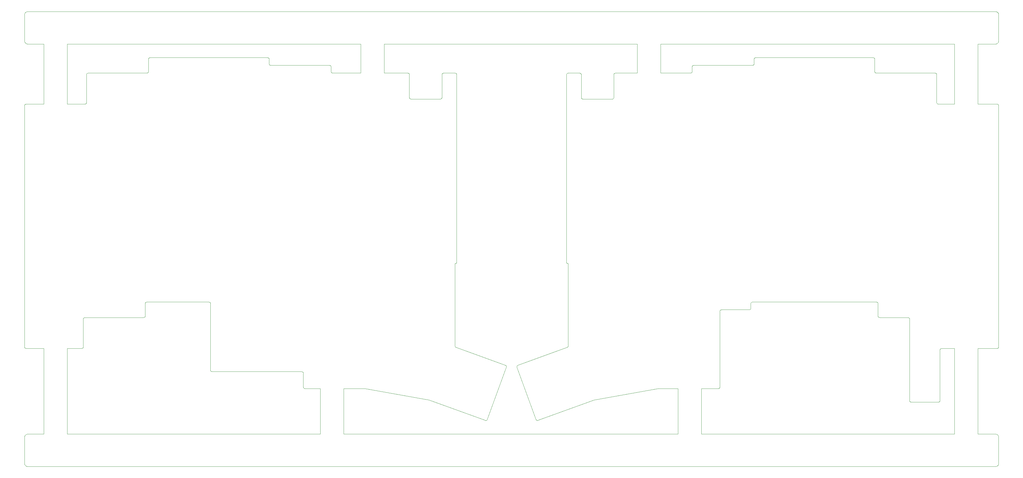
<source format=gm1>
G04 #@! TF.GenerationSoftware,KiCad,Pcbnew,7.0.2*
G04 #@! TF.CreationDate,2023-09-16T21:04:49+09:00*
G04 #@! TF.ProjectId,SumNight57,53756d4e-6967-4687-9435-372e6b696361,rev?*
G04 #@! TF.SameCoordinates,Original*
G04 #@! TF.FileFunction,Profile,NP*
%FSLAX46Y46*%
G04 Gerber Fmt 4.6, Leading zero omitted, Abs format (unit mm)*
G04 Created by KiCad (PCBNEW 7.0.2) date 2023-09-16 21:04:49*
%MOMM*%
%LPD*%
G01*
G04 APERTURE LIST*
G04 #@! TA.AperFunction,Profile*
%ADD10C,0.074083*%
G04 #@! TD*
G04 APERTURE END LIST*
D10*
X179035249Y-66670373D02*
X179044201Y-66693083D01*
X306573329Y-50029916D02*
X306525502Y-50040696D01*
X125728919Y-59004012D02*
X125753069Y-59008226D01*
X306381064Y-180058653D02*
X306329542Y-180059954D01*
X65077850Y-150664696D02*
X65063758Y-150644619D01*
X270191759Y-129744645D02*
X270181920Y-129722345D01*
X136463680Y-59036570D02*
X136486423Y-59027795D01*
X279576058Y-134214145D02*
X279551790Y-134208562D01*
X26698126Y-68409360D02*
X26716270Y-68393644D01*
X126395658Y-66926093D02*
X126416599Y-66938132D01*
X126375369Y-66913087D02*
X126395658Y-66926093D01*
X8000851Y-40500829D02*
X8028728Y-40461619D01*
X270267828Y-133889834D02*
X270259070Y-133867092D01*
X188556125Y-66995895D02*
X188581134Y-66992716D01*
X288319114Y-68218138D02*
X288329158Y-68240290D01*
X64979168Y-129910492D02*
X64977237Y-129885094D01*
X8193950Y-170288349D02*
X8231722Y-170258665D01*
X93757272Y-155984351D02*
X93737851Y-155969234D01*
X165421601Y-165874328D02*
X165398092Y-165869044D01*
X83060296Y-56289181D02*
X83069249Y-56311891D01*
X306481996Y-40071447D02*
X306531283Y-40080241D01*
X179104240Y-66797631D02*
X179119084Y-66816522D01*
X232119906Y-56218018D02*
X232124303Y-56193390D01*
X64778970Y-129535505D02*
X64759365Y-129521565D01*
X44959238Y-129767663D02*
X44951570Y-129790833D01*
X44929342Y-133723653D02*
X44927511Y-133748266D01*
X212859613Y-58913146D02*
X212879218Y-58899205D01*
X159516493Y-148892306D02*
X174650923Y-143383685D01*
X230730676Y-131806999D02*
X230706048Y-131811396D01*
X306963294Y-170286488D02*
X307000420Y-170318732D01*
X159448972Y-148922646D02*
X159470884Y-148911465D01*
X126603844Y-66995895D02*
X126629244Y-66997826D01*
X178626837Y-59013606D02*
X178650386Y-59020134D01*
X132083103Y-159531626D02*
X132072325Y-159529620D01*
X45968116Y-54544639D02*
X45977988Y-54522339D01*
X8208165Y-68538605D02*
X8232049Y-68533225D01*
X307184156Y-143577090D02*
X307165932Y-143594167D01*
X135973157Y-66884303D02*
X135991301Y-66868587D01*
X93684053Y-155918097D02*
X93667952Y-155899403D01*
X126070978Y-59221071D02*
X126084041Y-59241765D01*
X83176403Y-56470839D02*
X83193769Y-56487395D01*
X287904245Y-59014276D02*
X287927936Y-59021014D01*
X174609248Y-59162843D02*
X174626326Y-59144850D01*
X307184156Y-68669852D02*
X307201049Y-68687844D01*
X150067328Y-165643462D02*
X150054099Y-165664046D01*
X125952462Y-59096567D02*
X125971884Y-59111672D01*
X221557036Y-155796343D02*
X221546082Y-155818140D01*
X150079565Y-165622204D02*
X150067328Y-165643462D01*
X280081408Y-160077300D02*
X280065055Y-160058572D01*
X269943239Y-129483861D02*
X269920889Y-129473975D01*
X140405311Y-117530619D02*
X140393116Y-117532141D01*
X213408045Y-56647621D02*
X213431266Y-56639761D01*
X64985295Y-150441013D02*
X64982264Y-150416578D01*
X44882051Y-133912391D02*
X44871098Y-133934187D01*
X306477117Y-170070971D02*
X306525502Y-170079402D01*
X8193950Y-179831628D02*
X8157670Y-179800201D01*
X231145682Y-129810980D02*
X231140099Y-129835176D01*
X270117117Y-129619133D02*
X270101170Y-129600439D01*
X159234175Y-149150805D02*
X159245222Y-149128560D01*
X98730063Y-170060015D02*
X98730063Y-156082621D01*
X7890759Y-40716136D02*
X7908662Y-40670717D01*
X44746924Y-134085535D02*
X44727502Y-134100640D01*
X8440764Y-179981377D02*
X8396474Y-179961353D01*
X82990668Y-54541431D02*
X82999620Y-54564141D01*
X26380018Y-134198672D02*
X26355233Y-134199286D01*
X83019801Y-54635304D02*
X83024198Y-54659932D01*
X7830699Y-143248388D02*
X7830085Y-143223605D01*
X7830085Y-49059992D02*
X7830085Y-41060051D01*
X149564587Y-165877789D02*
X149540448Y-165873486D01*
X280116525Y-160112371D02*
X280098768Y-160095294D01*
X232391653Y-54296382D02*
X232413203Y-54285340D01*
X288207041Y-59239277D02*
X288219114Y-59260218D01*
X232145803Y-54611109D02*
X232152539Y-54587377D01*
X221318637Y-156034715D02*
X221296337Y-156044588D01*
X140181470Y-142953156D02*
X140185981Y-142991603D01*
X46405318Y-54236651D02*
X46430147Y-54236037D01*
X174744502Y-59057395D02*
X174766307Y-59046442D01*
X93332132Y-150951207D02*
X93311448Y-150938118D01*
X288279023Y-59472861D02*
X288279677Y-59498599D01*
X7928116Y-143520950D02*
X7914024Y-143500874D01*
X213064321Y-58623464D02*
X213069904Y-58599268D01*
X26895824Y-59373609D02*
X26902561Y-59349878D01*
X280237607Y-160193701D02*
X280215908Y-160182748D01*
X165493665Y-165883321D02*
X165469428Y-165881485D01*
X125704517Y-59000981D02*
X125728919Y-59004012D01*
X231553836Y-129441669D02*
X231529208Y-129446065D01*
X64982264Y-150416578D02*
X64980433Y-150391926D01*
X136082732Y-66757738D02*
X136094772Y-66736796D01*
X307245958Y-68746071D02*
X307258940Y-68766765D01*
X188699553Y-66959186D02*
X188721691Y-66949174D01*
X7900961Y-68766765D02*
X7914024Y-68746071D01*
X136509577Y-59020134D02*
X136533104Y-59013606D01*
X136486423Y-59027795D02*
X136509577Y-59020134D01*
X174785734Y-143309480D02*
X174800537Y-143297590D01*
X8094583Y-143664544D02*
X8073314Y-143652527D01*
X8116388Y-143675497D02*
X8094583Y-143664544D01*
X26596838Y-68474232D02*
X26618400Y-68463190D01*
X93200151Y-150888766D02*
X93176607Y-150882231D01*
X174866879Y-143230611D02*
X174878530Y-143215829D01*
X7831386Y-179111556D02*
X7830085Y-179060107D01*
X45846034Y-58775852D02*
X45859122Y-58755168D01*
X270084272Y-129582491D02*
X270066048Y-129565366D01*
X270473103Y-134127529D02*
X270452291Y-134114466D01*
X8778494Y-40061227D02*
X8829945Y-40059926D01*
X26880083Y-68023470D02*
X26880083Y-59498599D01*
X101818272Y-56677623D02*
X101839214Y-56689659D01*
X64979818Y-146712931D02*
X64979818Y-129936228D01*
X26306201Y-134204150D02*
X26282037Y-134208366D01*
X231190286Y-129697590D02*
X231179244Y-129719152D01*
X307270895Y-68788034D02*
X307281804Y-68809839D01*
X93613675Y-155817992D02*
X93602721Y-155796188D01*
X179266590Y-66938132D02*
X179288152Y-66949174D01*
X149710512Y-165878603D02*
X149686279Y-165881438D01*
X65126135Y-150720835D02*
X65109056Y-150702845D01*
X306951273Y-143708335D02*
X306927420Y-143713715D01*
X102194126Y-58816580D02*
X102209842Y-58834723D01*
X45503838Y-58993058D02*
X45528002Y-58988841D01*
X288078368Y-59097867D02*
X288097273Y-59112711D01*
X136008667Y-66852031D02*
X136025224Y-66834665D01*
X25657423Y-143639464D02*
X25636729Y-143652527D01*
X25918025Y-134507408D02*
X25909239Y-134530164D01*
X231169232Y-129741303D02*
X231160280Y-129764013D01*
X126204223Y-66715234D02*
X126215264Y-66736796D01*
X306712530Y-170136124D02*
X306757194Y-170155885D01*
X8232049Y-143713715D02*
X8208165Y-143708335D01*
X140281279Y-117578526D02*
X140271574Y-117586085D01*
X8727718Y-50054953D02*
X8677681Y-50048591D01*
X289166131Y-160059696D02*
X289150458Y-160077833D01*
X307310218Y-170863968D02*
X307318687Y-170912282D01*
X307043123Y-68571441D02*
X307065000Y-68582395D01*
X307070087Y-179732369D02*
X307036985Y-179767094D01*
X268851291Y-54251107D02*
X268874824Y-54257635D01*
X174495069Y-59376616D02*
X174501599Y-59353068D01*
X269230306Y-58523260D02*
X269232147Y-58547880D01*
X287995964Y-59047839D02*
X288017518Y-59058881D01*
X44527994Y-134188982D02*
X44503814Y-134193196D01*
X136284343Y-59162843D02*
X136301420Y-59144850D01*
X280282485Y-160212349D02*
X280259813Y-160203574D01*
X155902372Y-149108079D02*
X155914051Y-149129048D01*
X178875673Y-59162843D02*
X178891772Y-59181570D01*
X232370724Y-54308421D02*
X232391653Y-54296382D01*
X140236653Y-117621007D02*
X140229094Y-117630713D01*
X64797860Y-129550349D02*
X64778970Y-129535505D01*
X159387195Y-148962237D02*
X159407094Y-148948061D01*
X178957002Y-59284839D02*
X178966875Y-59307140D01*
X268943129Y-54283943D02*
X268965003Y-54294896D01*
X126025682Y-59162843D02*
X126041781Y-59181570D01*
X269084150Y-54382351D02*
X269101043Y-54400343D01*
X82848001Y-54350211D02*
X82866145Y-54365927D01*
X183076194Y-159531874D02*
X183065526Y-159534097D01*
X159193184Y-149437707D02*
X159190091Y-149413427D01*
X83144131Y-56435329D02*
X83159847Y-56453473D01*
X306763415Y-40158533D02*
X306806544Y-40180616D01*
X64739076Y-129508559D02*
X64718134Y-129496520D01*
X140569785Y-117486710D02*
X140559641Y-117493210D01*
X25841924Y-143414836D02*
X25832052Y-143437125D01*
X269851389Y-129450986D02*
X269827536Y-129445602D01*
X288905235Y-160225870D02*
X288880964Y-160231453D01*
X82915783Y-54417993D02*
X82930627Y-54436883D01*
X159192442Y-149291704D02*
X159196461Y-149267606D01*
X178802457Y-59096567D02*
X178821878Y-59111672D01*
X174825649Y-117548474D02*
X174814265Y-117544074D01*
X174621630Y-117504746D02*
X174610848Y-117499227D01*
X189169372Y-59127772D02*
X189188064Y-59111672D01*
X269145952Y-54458571D02*
X269158934Y-54479265D01*
X8311491Y-179915196D02*
X8270923Y-179889188D01*
X132104449Y-159536359D02*
X132093810Y-159533874D01*
X136124780Y-66670373D02*
X136132640Y-66647137D01*
X112479139Y-156082621D02*
X105929907Y-156082621D01*
X269473834Y-58927574D02*
X269494984Y-58939612D01*
X306719104Y-179981377D02*
X306673672Y-179999280D01*
X132156736Y-159552111D02*
X132146389Y-159548538D01*
X25715652Y-143594167D02*
X25696924Y-143610267D01*
X27026531Y-59144983D02*
X27043897Y-59128427D01*
X174626326Y-59144850D02*
X174644316Y-59127772D01*
X83027378Y-54684962D02*
X83029308Y-54710361D01*
X213194217Y-56799195D02*
X213209928Y-56781059D01*
X179044201Y-66693083D02*
X179054214Y-66715234D01*
X232215438Y-54456488D02*
X232229374Y-54436883D01*
X64849927Y-129599987D02*
X64833370Y-129582621D01*
X93584074Y-155751130D02*
X93576414Y-155727959D01*
X7831386Y-49111444D02*
X7830085Y-49059992D01*
X174897807Y-117594139D02*
X174888455Y-117586085D01*
X26965474Y-59218988D02*
X26979414Y-59199383D01*
X8778494Y-50058816D02*
X8727718Y-50054953D01*
X102320692Y-58926151D02*
X102341633Y-58938191D01*
X136581111Y-59004012D02*
X136605512Y-59000981D01*
X289703943Y-143729167D02*
X289679375Y-143733564D01*
X112490042Y-156082733D02*
X112479139Y-156082621D01*
X202658267Y-156083113D02*
X202647374Y-156083724D01*
X280098768Y-160095294D02*
X280081408Y-160077300D01*
X136176715Y-59353068D02*
X136184374Y-59329896D01*
X136094772Y-66736796D02*
X136105814Y-66715234D01*
X213090218Y-57016378D02*
X213095801Y-56992201D01*
X64604741Y-129451915D02*
X64580545Y-129446332D01*
X136105814Y-66715234D02*
X136115827Y-66693083D01*
X46261442Y-54265295D02*
X46284615Y-54257635D01*
X307319975Y-68925500D02*
X307324198Y-68949681D01*
X102455024Y-58982795D02*
X102479220Y-58988378D01*
X65357812Y-150852082D02*
X65334284Y-150845553D01*
X300929396Y-68523535D02*
X306829603Y-68523535D01*
X126269093Y-66816522D02*
X126284809Y-66834665D01*
X269232147Y-58547880D02*
X269235197Y-58572292D01*
X306719104Y-40138507D02*
X306763415Y-40158533D01*
X293730085Y-170060015D02*
X293730085Y-143723406D01*
X231099604Y-131489052D02*
X231090652Y-131511761D01*
X221583347Y-155728155D02*
X221575686Y-155751310D01*
X232069717Y-56355604D02*
X232080759Y-56334042D01*
X126301365Y-66852031D02*
X126318731Y-66868587D01*
X140680006Y-59498599D02*
X140680006Y-117279620D01*
X8532625Y-180015000D02*
X8486168Y-179999280D01*
X174499642Y-117376804D02*
X174495165Y-117365464D01*
X289018807Y-160181271D02*
X288997232Y-160192311D01*
X288017518Y-59058881D02*
X288038458Y-59070921D01*
X45951681Y-54590568D02*
X45959341Y-54567395D01*
X126284809Y-66834665D02*
X126301365Y-66852031D01*
X101994564Y-56837673D02*
X102007569Y-56857952D01*
X140598104Y-117464474D02*
X140589033Y-117472326D01*
X288219114Y-59260218D02*
X288230189Y-59281780D01*
X231948104Y-56503111D02*
X231966248Y-56487395D01*
X232152539Y-54587377D02*
X232160399Y-54564141D01*
X8532625Y-50015140D02*
X8486168Y-49999412D01*
X179007493Y-66549552D02*
X179010672Y-66574581D01*
X269131964Y-54438493D02*
X269145952Y-54458571D01*
X165136491Y-165706045D02*
X165121161Y-165686911D01*
X307324538Y-40957779D02*
X307328395Y-41008577D01*
X26505008Y-68507795D02*
X26528740Y-68501057D01*
X232458035Y-54266375D02*
X232481255Y-54258514D01*
X279501940Y-134200986D02*
X279476420Y-134199055D01*
X44951570Y-129790833D02*
X44945035Y-129814376D01*
X102102431Y-58647195D02*
X102110292Y-58670432D01*
X188890685Y-66816522D02*
X188905524Y-66797631D01*
X269278016Y-58712101D02*
X269289095Y-58733904D01*
X136419594Y-59057395D02*
X136441391Y-59046442D01*
X307000420Y-49801383D02*
X306963294Y-49833592D01*
X288310132Y-68195429D02*
X288319114Y-68218138D01*
X288631389Y-68501057D02*
X288655080Y-68507795D01*
X307035963Y-170352938D02*
X307070221Y-170388877D01*
X7851684Y-68878068D02*
X7859344Y-68854895D01*
X26794693Y-68303083D02*
X26807698Y-68282794D01*
X222104475Y-131817156D02*
X222078762Y-131817806D01*
X231706166Y-56611525D02*
X231730794Y-56607128D01*
X174561910Y-117464474D02*
X174553227Y-117456201D01*
X269395583Y-58869081D02*
X269414108Y-58885222D01*
X140457444Y-59082475D02*
X140477537Y-59096567D01*
X65001417Y-150512624D02*
X64994888Y-150489077D01*
X8028728Y-170461664D02*
X8058411Y-170423891D01*
X179151356Y-66852031D02*
X179168721Y-66868587D01*
X213077480Y-58549611D02*
X213079411Y-58524212D01*
X213079411Y-58524212D02*
X213080061Y-58498475D01*
X149991852Y-165738995D02*
X149974105Y-165755724D01*
X221273582Y-156053363D02*
X221250411Y-156061023D01*
X125846350Y-59036570D02*
X125868639Y-59046442D01*
X7877991Y-68809839D02*
X7888944Y-68788034D01*
X140643816Y-117409096D02*
X140637314Y-117419230D01*
X307318185Y-179212367D02*
X307309400Y-179261602D01*
X174980070Y-142913783D02*
X174980070Y-117779421D01*
X213579863Y-56617285D02*
X231630003Y-56617285D01*
X178554334Y-59000981D02*
X178578772Y-59004012D01*
X307161115Y-49614861D02*
X307132832Y-49655016D01*
X83504282Y-56616635D02*
X83530020Y-56617285D01*
X93425364Y-151031684D02*
X93408239Y-151013735D01*
X269986481Y-129506871D02*
X269965116Y-129494832D01*
X174979762Y-117767050D02*
X174978842Y-117754757D01*
X102152337Y-58757796D02*
X102165343Y-58778085D01*
X269827536Y-129445602D02*
X269803403Y-129441386D01*
X25993272Y-134381892D02*
X25978132Y-134401292D01*
X287830574Y-59001117D02*
X287855532Y-59004296D01*
X189004185Y-66524153D02*
X189004835Y-66498416D01*
X270235277Y-133772401D02*
X270232236Y-133747999D01*
X140429976Y-117529391D02*
X140417605Y-117529699D01*
X27120825Y-59070921D02*
X27141766Y-59058881D01*
X232350446Y-54321427D02*
X232370724Y-54308421D01*
X212774669Y-58959245D02*
X212796821Y-58949232D01*
X213102538Y-56968486D02*
X213110398Y-56945266D01*
X232140221Y-54635304D02*
X232145803Y-54611109D01*
X8829945Y-170060015D02*
X13730028Y-170060015D01*
X45930082Y-58498475D02*
X45930082Y-54736098D01*
X126154921Y-66498416D02*
X126155571Y-66524153D01*
X288230189Y-59281780D02*
X288240234Y-59303932D01*
X8122945Y-49767125D02*
X8089838Y-49732388D01*
X288608185Y-68493197D02*
X288631389Y-68501057D01*
X8089838Y-179732369D02*
X8058411Y-179696090D01*
X188676857Y-66968139D02*
X188699553Y-66959186D01*
X231080640Y-131533913D02*
X231069598Y-131555475D01*
X270229780Y-133698603D02*
X270229780Y-129935969D01*
X270146082Y-129658594D02*
X270132094Y-129638532D01*
X269965116Y-129494832D02*
X269943239Y-129483861D01*
X140660362Y-117376804D02*
X140655356Y-117387867D01*
X7914024Y-143500874D02*
X7900961Y-143480185D01*
X202669171Y-156082745D02*
X202658267Y-156083113D01*
X65266097Y-150819246D02*
X65244300Y-150808293D01*
X189455502Y-59000981D02*
X189480124Y-58999150D01*
X189151426Y-59144850D02*
X189169372Y-59127772D01*
X196230070Y-58998536D02*
X196230070Y-50060118D01*
X140650751Y-59329896D02*
X140658411Y-59353068D01*
X45707400Y-58914485D02*
X45727463Y-58900363D01*
X83478883Y-56614704D02*
X83504282Y-56616635D01*
X189207461Y-59096567D02*
X189227522Y-59082475D01*
X165069103Y-165602087D02*
X165058604Y-165578903D01*
X7974843Y-179578550D02*
X7950767Y-179536680D01*
X64979818Y-150367098D02*
X64979818Y-146712931D01*
X174881968Y-59008226D02*
X174906149Y-59004012D01*
X268965003Y-54294896D02*
X268986366Y-54306912D01*
X7908662Y-40670717D02*
X7928686Y-40626414D01*
X82606057Y-54241798D02*
X82630686Y-54246194D01*
X221534064Y-155839403D02*
X221520999Y-155860092D01*
X7959321Y-143559098D02*
X7943221Y-143540371D01*
X83090303Y-56355604D02*
X83102342Y-56376545D01*
X8353362Y-179939272D02*
X8311491Y-179915196D01*
X307211460Y-170589153D02*
X307233453Y-170632752D01*
X174632706Y-117509750D02*
X174621630Y-117504746D01*
X270632030Y-134188715D02*
X270608178Y-134183335D01*
X269219969Y-54638000D02*
X269224192Y-54662180D01*
X178602953Y-59008226D02*
X178626837Y-59013606D01*
X189004835Y-66498416D02*
X189004835Y-59498599D01*
X288779707Y-160241610D02*
X280450636Y-160241610D01*
X44816822Y-134015637D02*
X44800722Y-134034363D01*
X82581027Y-54238618D02*
X82606057Y-54241798D01*
X45094485Y-129565626D02*
X45076536Y-129582751D01*
X136605512Y-59000981D02*
X136630123Y-58999150D01*
X25858359Y-143368938D02*
X25850699Y-143392093D01*
X231140099Y-129835176D02*
X231135703Y-129859804D01*
X213226479Y-56763700D02*
X213243838Y-56747149D01*
X82746712Y-54285340D02*
X82768275Y-54296382D01*
X189313572Y-59036570D02*
X189336329Y-59027795D01*
X101631029Y-56619866D02*
X101656058Y-56623046D01*
X26807698Y-68282794D02*
X26819738Y-68261852D01*
X179356250Y-66975999D02*
X179379982Y-66982736D01*
X289302369Y-144074752D02*
X289295605Y-144098484D01*
X213129360Y-56900432D02*
X213140400Y-56878882D01*
X307216994Y-143540371D02*
X307201049Y-143559098D01*
X26952468Y-59239277D02*
X26965474Y-59218988D01*
X306927420Y-143713715D02*
X306903287Y-143717929D01*
X8028728Y-49658312D02*
X8000851Y-49619099D01*
X83029959Y-56117224D02*
X83030609Y-56142962D01*
X64979818Y-129936228D02*
X64979168Y-129910492D01*
X230629881Y-131817156D02*
X222104475Y-131817156D01*
X306848428Y-40204695D02*
X306889005Y-40230706D01*
X155942902Y-149194938D02*
X155950395Y-149217761D01*
X213528774Y-56619866D02*
X213554150Y-56617936D01*
X179288152Y-66949174D02*
X179310304Y-66959186D01*
X165080648Y-165624499D02*
X165069103Y-165602087D01*
X44831927Y-133996215D02*
X44816822Y-134015637D01*
X179004911Y-59498599D02*
X179004911Y-66498416D01*
X8058411Y-170423891D02*
X8089838Y-170387611D01*
X93557261Y-155631960D02*
X93555430Y-155607339D01*
X306974809Y-68545134D02*
X306997989Y-68552794D01*
X232124303Y-56193390D02*
X232127483Y-56168361D01*
X45882130Y-58712101D02*
X45892016Y-58689801D01*
X13730028Y-170060015D02*
X13730028Y-143723406D01*
X159349642Y-148993377D02*
X159368034Y-148977352D01*
X65311129Y-150837893D02*
X65288386Y-150829118D01*
X102074193Y-57040987D02*
X102077373Y-57065995D01*
X26733636Y-68377088D02*
X26750192Y-68359722D01*
X126215264Y-66736796D02*
X126227304Y-66757738D01*
X307328395Y-41008577D02*
X307329695Y-41060051D01*
X289541957Y-143783752D02*
X289521017Y-143795791D01*
X8157670Y-179800201D02*
X8122945Y-179767094D01*
X93841097Y-156034558D02*
X93819300Y-156023581D01*
X230868264Y-131756811D02*
X230846702Y-131767853D01*
X102040663Y-56922570D02*
X102049616Y-56945266D01*
X64628473Y-129458653D02*
X64604741Y-129451915D01*
X93128567Y-150872630D02*
X93104154Y-150869598D01*
X132146389Y-159548538D02*
X132135990Y-159545170D01*
X25874481Y-143297402D02*
X25870267Y-143321553D01*
X155950395Y-149217761D02*
X155956795Y-149240947D01*
X269046997Y-54349173D02*
X269065926Y-54365273D01*
X179077295Y-66757738D02*
X179090300Y-66778026D01*
X232481255Y-54258514D02*
X232504969Y-54251777D01*
X179168721Y-66868587D02*
X179186865Y-66884303D01*
X140325367Y-59020134D02*
X140348546Y-59027795D01*
X7875039Y-170762572D02*
X7890759Y-170716115D01*
X8396474Y-40158533D02*
X8440764Y-40138507D01*
X174778970Y-117534257D02*
X174766895Y-117532141D01*
X140187514Y-117718552D02*
X140184813Y-117730486D01*
X102069797Y-57016378D02*
X102074193Y-57040987D01*
X288975057Y-160202322D02*
X288952312Y-160211274D01*
X45430018Y-129436175D02*
X45405233Y-129436789D01*
X82555628Y-54236687D02*
X82581027Y-54238618D01*
X215929884Y-156082621D02*
X215929884Y-170060015D01*
X307070087Y-40387551D02*
X307101505Y-40423839D01*
X269181798Y-54522339D02*
X269191641Y-54544639D01*
X126554187Y-66988319D02*
X126578815Y-66992716D01*
X93667952Y-155899403D02*
X93652847Y-155880004D01*
X93246079Y-150905222D02*
X93223322Y-150896435D01*
X188919460Y-66778026D02*
X188932463Y-66757738D01*
X306806544Y-40180616D02*
X306848428Y-40204695D01*
X13730028Y-50060118D02*
X8829945Y-50060118D01*
X94029834Y-156082004D02*
X94005221Y-156080164D01*
X213363212Y-56666583D02*
X213385350Y-56656572D01*
X135827004Y-66968139D02*
X135849714Y-66959186D01*
X159368034Y-148977352D02*
X159387195Y-148962237D01*
X221402478Y-155984589D02*
X221382401Y-155998682D01*
X26877502Y-68074607D02*
X26879433Y-68049208D01*
X126154306Y-59473770D02*
X126154921Y-59498599D01*
X307131179Y-179658318D02*
X307101505Y-179696090D01*
X140515958Y-117514225D02*
X140504340Y-117518154D01*
X174980070Y-117779421D02*
X174979762Y-117767050D01*
X307253279Y-49442680D02*
X307233453Y-49487294D01*
X174919344Y-143152646D02*
X174928040Y-143135922D01*
X8052620Y-68607475D02*
X8073314Y-68594411D01*
X136225987Y-59241765D02*
X136239049Y-59221071D01*
X45816772Y-58815313D02*
X45831911Y-58795914D01*
X25870267Y-143321553D02*
X25864888Y-143345411D01*
X83250407Y-56531895D02*
X83270696Y-56544901D01*
X188505034Y-66998477D02*
X188530748Y-66997826D01*
X202593306Y-156090296D02*
X183086897Y-159529879D01*
X280065055Y-160058572D02*
X280049724Y-160039150D01*
X102080605Y-58524212D02*
X102082535Y-58549611D01*
X208730055Y-156082621D02*
X202680082Y-156082621D01*
X44643656Y-134150766D02*
X44621355Y-134160638D01*
X44551878Y-134183602D02*
X44527994Y-134188982D01*
X126165078Y-66599210D02*
X126170661Y-66623405D01*
X83029959Y-54736098D02*
X83029959Y-56117224D01*
X307209105Y-179536680D02*
X307185041Y-179578550D01*
X189034203Y-59329896D02*
X189043003Y-59307140D01*
X288541812Y-68463190D02*
X288563365Y-68474232D01*
X174960987Y-117683809D02*
X174956039Y-117672652D01*
X136055785Y-66797631D02*
X136069726Y-66778026D01*
X179002466Y-59449117D02*
X179004297Y-59473770D01*
X213119349Y-56922570D02*
X213129360Y-56900432D01*
X174900119Y-143185014D02*
X174910033Y-143169016D01*
X232130064Y-54736098D02*
X232130715Y-54710361D01*
X26902561Y-59349878D02*
X26910422Y-59326641D01*
X45920388Y-58596457D02*
X45924604Y-58572292D01*
X45173325Y-129507135D02*
X45152641Y-129520224D01*
X64833370Y-129582621D02*
X64816004Y-129566065D01*
X231350391Y-129521298D02*
X231330785Y-129535239D01*
X8013119Y-68636672D02*
X8032542Y-68621567D01*
X8232049Y-68533225D02*
X8256229Y-68529012D01*
X126008604Y-59144850D02*
X126025682Y-59162843D01*
X289277235Y-159792897D02*
X289274076Y-159817905D01*
X221887871Y-131866403D02*
X221866331Y-131877432D01*
X102179283Y-58797690D02*
X102194126Y-58816580D01*
X232293833Y-54365927D02*
X232311969Y-54350211D01*
X45892016Y-58689801D02*
X45900802Y-58667045D01*
X306889005Y-40230706D02*
X306928211Y-40258587D01*
X231391620Y-129496253D02*
X231370679Y-129508293D01*
X93223322Y-150896435D02*
X93200151Y-150888766D01*
X26330614Y-134201118D02*
X26306201Y-134204150D01*
X307065000Y-68582395D02*
X307086365Y-68594411D01*
X288280330Y-68049208D02*
X288282269Y-68074607D01*
X27080931Y-59097867D02*
X27100536Y-59083926D01*
X136253140Y-59200993D02*
X136268244Y-59181570D01*
X93819300Y-156023581D02*
X93798037Y-156011543D01*
X306620505Y-50016837D02*
X306573329Y-50029916D01*
X213082642Y-57065995D02*
X213085822Y-57040987D01*
X45686716Y-58927574D02*
X45707400Y-58914485D01*
X307159045Y-40500829D02*
X307185041Y-40541407D01*
X188605743Y-66988319D02*
X188629921Y-66982736D01*
X7861564Y-49309884D02*
X7850399Y-49261505D01*
X102085715Y-58574640D02*
X102090111Y-58599268D01*
X288329158Y-68240290D02*
X288340231Y-68261852D01*
X140199036Y-117683809D02*
X140194635Y-117695192D01*
X288132826Y-59144983D02*
X288149409Y-59162349D01*
X213479157Y-56627442D02*
X213503766Y-56623046D01*
X26885844Y-59422433D02*
X26890241Y-59397805D01*
X102503848Y-58992775D02*
X102528878Y-58995954D01*
X306924680Y-170256240D02*
X306963294Y-170286488D01*
X8122945Y-179767094D02*
X8089838Y-179732369D01*
X83102342Y-56376545D02*
X83115347Y-56396834D01*
X159257303Y-149106990D02*
X159270384Y-149086123D01*
X140216476Y-143101620D02*
X140231975Y-143136058D01*
X25796020Y-143500874D02*
X25781927Y-143520950D01*
X155971731Y-149360917D02*
X155971174Y-149385437D01*
X93863386Y-156044455D02*
X93841097Y-156034558D01*
X307127405Y-143625372D02*
X307107180Y-143639464D01*
X221825146Y-131902449D02*
X221805562Y-131916373D01*
X279965762Y-159863610D02*
X279960336Y-159839752D01*
X45528002Y-58988841D02*
X45551877Y-58983458D01*
X140291316Y-117571472D02*
X140281279Y-117578526D01*
X125776928Y-59013606D02*
X125800454Y-59020134D01*
X174965387Y-117695192D02*
X174960987Y-117683809D01*
X288679224Y-68513378D02*
X288703791Y-68517775D01*
X26750192Y-68359722D02*
X26765908Y-68341578D01*
X212839324Y-58926151D02*
X212859613Y-58913146D01*
X213454980Y-56633025D02*
X213479157Y-56627442D01*
X307299408Y-170816235D02*
X307310218Y-170863968D01*
X149661953Y-165883086D02*
X149637577Y-165883546D01*
X26188694Y-134236738D02*
X26166393Y-134246624D01*
X26639341Y-68451150D02*
X26659630Y-68438145D01*
X222078762Y-131817806D02*
X222053387Y-131819735D01*
X279950575Y-134698474D02*
X279949929Y-134672736D01*
X45765557Y-58869081D02*
X45783506Y-58851956D01*
X213019717Y-58736855D02*
X213030759Y-58715293D01*
X125890435Y-59057395D02*
X125911697Y-59069412D01*
X179090300Y-66778026D02*
X179104240Y-66797631D01*
X174704713Y-143360472D02*
X174721812Y-143351458D01*
X45831911Y-58795914D02*
X45846034Y-58775852D01*
X7868119Y-68832139D02*
X7877991Y-68809839D01*
X125868639Y-59046442D02*
X125890435Y-59057395D01*
X212704991Y-58982795D02*
X212728723Y-58976058D01*
X155971081Y-149336518D02*
X155971731Y-149360917D01*
X44727502Y-134100640D02*
X44707424Y-134114733D01*
X306329542Y-40059926D02*
X306381064Y-40061227D01*
X232311969Y-54350211D02*
X232330850Y-54335367D01*
X279851719Y-134399253D02*
X279836923Y-134380363D01*
X140677561Y-59449117D02*
X140679392Y-59473770D01*
X174790904Y-117536957D02*
X174778970Y-117534257D01*
X221955898Y-131839608D02*
X221932685Y-131847459D01*
X174485073Y-117329932D02*
X174482875Y-117317637D01*
X64989509Y-150465193D02*
X64985295Y-150441013D01*
X189431087Y-59004012D02*
X189455502Y-59000981D01*
X102079954Y-57117085D02*
X102079954Y-58498475D01*
X7908662Y-170670709D02*
X7928686Y-170626419D01*
X231114202Y-131442084D02*
X231107465Y-131465815D01*
X8256229Y-68529012D02*
X8280665Y-68525981D01*
X140181174Y-117754757D02*
X140180254Y-117767050D01*
X288394186Y-68341578D02*
X288409930Y-68359722D01*
X7832530Y-68974117D02*
X7835561Y-68949681D01*
X102528878Y-58995954D02*
X102554277Y-58997885D01*
X45132579Y-129534346D02*
X45113179Y-129549486D01*
X270342481Y-134015370D02*
X270327505Y-133995948D01*
X159284432Y-149065990D02*
X159299415Y-149046619D01*
X27255158Y-59014276D02*
X27279354Y-59008693D01*
X44977911Y-129722607D02*
X44968024Y-129744907D01*
X174518038Y-59307140D02*
X174527912Y-59284839D01*
X288289877Y-68124265D02*
X288295481Y-68148460D01*
X26819738Y-68261852D02*
X26830779Y-68240290D01*
X269453276Y-58914485D02*
X269473834Y-58927574D01*
X26910422Y-59326641D02*
X26919374Y-59303932D01*
X188874974Y-66834665D02*
X188890685Y-66816522D01*
X26929387Y-59281780D02*
X26940429Y-59260218D01*
X7831386Y-41008577D02*
X7835247Y-40957779D01*
X93371595Y-150980470D02*
X93352195Y-150965330D01*
X307258940Y-143480185D02*
X307245958Y-143500874D01*
X221421900Y-155969484D02*
X221402478Y-155984589D01*
X221627398Y-132168116D02*
X221620669Y-132191824D01*
X26857605Y-68172192D02*
X26864343Y-68148460D01*
X231889320Y-56544901D02*
X231909609Y-56531895D01*
X7830085Y-69023600D02*
X7830699Y-68998771D01*
X269328782Y-58795914D02*
X269344110Y-58815313D01*
X307324779Y-170961095D02*
X307328460Y-171010326D01*
X140301817Y-59013606D02*
X140325367Y-59020134D01*
X135934660Y-66913087D02*
X135954266Y-66899147D01*
X174504649Y-117387867D02*
X174499642Y-117376804D01*
X288097273Y-59112711D02*
X288115437Y-59128427D01*
X174955240Y-58999150D02*
X174980070Y-58998536D01*
X231824666Y-56577995D02*
X231846817Y-56567982D01*
X140672137Y-117342012D02*
X140668768Y-117353861D01*
X7950767Y-40583290D02*
X7974843Y-40541407D01*
X289410066Y-143887220D02*
X289394321Y-143905364D01*
X288805586Y-160240960D02*
X288779707Y-160241610D01*
X102064214Y-56992201D02*
X102069797Y-57016378D01*
X13730028Y-68523535D02*
X13730028Y-50060118D01*
X83230802Y-56517955D02*
X83250407Y-56531895D01*
X140357337Y-117540232D02*
X140345750Y-117544074D01*
X8073314Y-68594411D02*
X8094583Y-68582395D01*
X270584645Y-134176806D02*
X270561468Y-134169146D01*
X26102642Y-134282721D02*
X26082580Y-134296843D01*
X174682464Y-59096567D02*
X174702541Y-59082475D01*
X45454804Y-58997921D02*
X45479424Y-58996090D01*
X289219770Y-159980009D02*
X289207780Y-160000939D01*
X270229164Y-129911184D02*
X270227327Y-129886565D01*
X25501878Y-143708335D02*
X25477994Y-143713715D01*
X307102523Y-170426297D02*
X307132832Y-170465116D01*
X8486168Y-40120602D02*
X8532625Y-40104881D01*
X269680415Y-58996090D02*
X269704983Y-58997921D01*
X174937990Y-117640752D02*
X174930935Y-117630713D01*
X221979606Y-131832878D02*
X221955898Y-131839608D01*
X179015069Y-66599210D02*
X179020651Y-66623405D01*
X44891924Y-133890101D02*
X44882051Y-133912391D01*
X306379044Y-170061244D02*
X306428266Y-170064907D01*
X188858423Y-66852031D02*
X188874974Y-66834665D01*
X64865643Y-129618130D02*
X64849927Y-129599987D01*
X307281804Y-143437125D02*
X307270895Y-143458922D01*
X155889693Y-149087674D02*
X155902372Y-149108079D01*
X202680082Y-156082621D02*
X202669171Y-156082745D01*
X136155733Y-59473770D02*
X136157564Y-59449117D01*
X280135045Y-160128471D02*
X280116525Y-160112371D01*
X8058411Y-49696096D02*
X8028728Y-49658312D01*
X136155119Y-59498599D02*
X136155733Y-59473770D01*
X26716270Y-68393644D02*
X26733636Y-68377088D01*
X232259924Y-54399849D02*
X232276474Y-54382483D01*
X140271574Y-117586085D02*
X140262224Y-117594139D01*
X232099725Y-56289181D02*
X232107586Y-56265945D01*
X188905524Y-66797631D02*
X188919460Y-66778026D01*
X174814844Y-143285175D02*
X174828643Y-143272252D01*
X212818383Y-58938191D02*
X212839324Y-58926151D01*
X288149409Y-59162349D02*
X288165154Y-59180493D01*
X231311895Y-129550083D02*
X231293752Y-129565799D01*
X83270696Y-56544901D02*
X83291637Y-56556940D01*
X174978842Y-117754757D02*
X174977320Y-117742561D01*
X27380148Y-58998536D02*
X45430018Y-58998536D01*
X44932402Y-129886826D02*
X44930571Y-129911445D01*
X221491799Y-155899588D02*
X221475697Y-155918314D01*
X306329542Y-50060118D02*
X300929396Y-50060118D01*
X140664938Y-59376616D02*
X140670317Y-59400501D01*
X174814265Y-117544074D02*
X174802676Y-117540232D01*
X7850399Y-49261505D02*
X7841606Y-49212263D01*
X64718134Y-129496520D02*
X64696572Y-129485478D01*
X174527912Y-59284839D02*
X174538867Y-59263034D01*
X179245649Y-66926093D02*
X179266590Y-66938132D01*
X140179945Y-58998536D02*
X140204733Y-58999150D01*
X44929957Y-133698870D02*
X44929342Y-133723653D01*
X307314589Y-143345411D02*
X307308059Y-143368938D01*
X221615093Y-132215995D02*
X221610702Y-132240599D01*
X45977988Y-54522339D02*
X45988942Y-54500534D01*
X232057678Y-56376545D02*
X232069717Y-56355604D01*
X232129414Y-56142962D02*
X232130064Y-56117224D01*
X174655680Y-117518154D02*
X174644061Y-117514225D01*
X174669256Y-143376602D02*
X174687191Y-143368858D01*
X174828643Y-143272252D02*
X174841924Y-143258840D01*
X269898105Y-129465189D02*
X269874925Y-129457520D01*
X7850399Y-170858392D02*
X7861564Y-170810019D01*
X306924680Y-49863814D02*
X306884669Y-49892016D01*
X306806544Y-179939272D02*
X306763415Y-179961353D01*
X174770449Y-143320829D02*
X174785734Y-143309480D01*
X231132523Y-129884833D02*
X231130593Y-129910232D01*
X270494466Y-134139546D02*
X270473103Y-134127529D01*
X44988882Y-129700803D02*
X44977911Y-129722607D01*
X221718987Y-131998908D02*
X221704160Y-132017778D01*
X8305318Y-143722792D02*
X8280665Y-143720961D01*
X102057476Y-56968486D02*
X102064214Y-56992201D01*
X26780752Y-68322688D02*
X26794693Y-68303083D01*
X112533462Y-156085478D02*
X112522629Y-156084441D01*
X25877512Y-143273001D02*
X25874481Y-143297402D01*
X231127361Y-131368231D02*
X231124181Y-131393260D01*
X8330147Y-143723406D02*
X8305318Y-143722792D01*
X270375319Y-134052088D02*
X270358426Y-134034096D01*
X306763415Y-179961353D02*
X306719104Y-179981377D01*
X140455545Y-117528100D02*
X140442845Y-117529066D01*
X126240309Y-66778026D02*
X126254249Y-66797631D01*
X44859082Y-133955450D02*
X44846019Y-133976140D01*
X83069249Y-56311891D02*
X83079261Y-56334042D01*
X174930586Y-59000981D02*
X174955240Y-58999150D01*
X8580072Y-40091406D02*
X8628444Y-40080241D01*
X221768569Y-131946899D02*
X221751223Y-131963438D01*
X232130715Y-54710361D02*
X232132645Y-54684962D01*
X101656058Y-56623046D02*
X101680686Y-56627442D01*
X279551790Y-134208562D02*
X279527073Y-134204166D01*
X300929396Y-170060015D02*
X306329542Y-170060015D01*
X7851684Y-143368938D02*
X7845155Y-143345411D01*
X279710558Y-134270790D02*
X279689616Y-134258750D01*
X102079954Y-58498475D02*
X102080605Y-58524212D01*
X268754364Y-54236651D02*
X268778937Y-54238482D01*
X213007678Y-58757796D02*
X213019717Y-58736855D01*
X306884669Y-49892016D02*
X306843356Y-49918162D01*
X45800631Y-58834008D02*
X45816772Y-58815313D01*
X288655080Y-68507795D02*
X288679224Y-68513378D01*
X307308059Y-68878068D02*
X307314589Y-68901616D01*
X307329695Y-69023600D02*
X307329695Y-143223605D01*
X307329695Y-49059992D02*
X307328460Y-49109563D01*
X8305318Y-68524149D02*
X8330147Y-68523535D01*
X289608334Y-143753745D02*
X289585648Y-143762697D01*
X279836923Y-134380363D02*
X279821251Y-134362219D01*
X307299408Y-49303716D02*
X307286291Y-49350808D01*
X269631949Y-58988841D02*
X269656056Y-58993058D01*
X64759365Y-129521565D02*
X64739076Y-129508559D01*
X280174205Y-160157668D02*
X280154286Y-160143575D01*
X7841606Y-170907629D02*
X7850399Y-170858392D01*
X307187336Y-170546626D02*
X307211460Y-170589153D01*
X8486168Y-170120691D02*
X8532625Y-170104971D01*
X140369108Y-117536957D02*
X140357337Y-117540232D01*
X64949480Y-129764276D02*
X64940528Y-129741567D01*
X189359500Y-59020134D02*
X189383045Y-59013606D01*
X174854673Y-143244953D02*
X174866879Y-143230611D01*
X105929907Y-156082621D02*
X105929907Y-170060015D01*
X306757194Y-49964148D02*
X306712530Y-49983918D01*
X45479424Y-58996090D02*
X45503838Y-58993058D01*
X65109056Y-150702845D02*
X65092956Y-150684118D01*
X174956435Y-143065823D02*
X174961877Y-143047582D01*
X46043219Y-54419071D02*
X46059320Y-54400343D01*
X307328460Y-171010326D02*
X307329695Y-171059893D01*
X98730063Y-156082621D02*
X94054617Y-156082621D01*
X232629850Y-54236037D02*
X268729628Y-54236037D01*
X232413203Y-54285340D02*
X232435340Y-54275327D01*
X307258940Y-68766765D02*
X307270895Y-68788034D01*
X140581985Y-59200993D02*
X140596077Y-59221071D01*
X221154366Y-156080176D02*
X221129715Y-156082007D01*
X102580015Y-58998536D02*
X111230040Y-58998536D01*
X101796710Y-56666583D02*
X101818272Y-56677623D01*
X221382401Y-155998682D02*
X221361709Y-156011745D01*
X26258163Y-134213750D02*
X26234620Y-134220284D01*
X93909283Y-156060939D02*
X93886129Y-156053255D01*
X289585648Y-143762697D02*
X289563511Y-143772710D01*
X140596077Y-59221071D02*
X140609138Y-59241765D01*
X188784450Y-66913087D02*
X188804046Y-66899147D01*
X307324198Y-143297402D02*
X307319975Y-143321553D01*
X221595257Y-155680768D02*
X221589876Y-155704628D01*
X221610702Y-132240599D02*
X221607526Y-132265604D01*
X82957574Y-54476777D02*
X82969613Y-54497718D01*
X136025224Y-66834665D02*
X136040941Y-66816522D01*
X306800833Y-49942218D02*
X306757194Y-49964148D01*
X178995220Y-59400501D02*
X178999435Y-59424681D01*
X188974500Y-66670373D02*
X188982360Y-66647137D01*
X136630123Y-58999150D02*
X136654905Y-58998536D01*
X189291271Y-59046442D02*
X189313572Y-59036570D01*
X189089003Y-59221071D02*
X189103114Y-59200993D01*
X149492713Y-165861299D02*
X149469206Y-165853411D01*
X231293752Y-129565799D02*
X231276386Y-129582355D01*
X46000958Y-54479265D02*
X46014022Y-54458571D01*
X279920417Y-134526513D02*
X279911511Y-134503803D01*
X150039908Y-165683924D02*
X150024783Y-165703063D01*
X279911511Y-134503803D02*
X279901547Y-134481651D01*
X159190091Y-149413427D02*
X159188188Y-149389066D01*
X165152666Y-165724311D02*
X165136491Y-165706045D01*
X149734609Y-165874584D02*
X149710512Y-165878603D01*
X150110029Y-165554705D02*
X150100945Y-165577793D01*
X45152641Y-129520224D02*
X45132579Y-129534346D01*
X140348546Y-59027795D02*
X140371313Y-59036570D01*
X221605598Y-132290978D02*
X221604948Y-132316691D01*
X232130064Y-56117224D02*
X232130064Y-54736098D01*
X7835247Y-179162330D02*
X7831386Y-179111556D01*
X178906877Y-59200993D02*
X178920969Y-59221071D01*
X270244886Y-133820410D02*
X270239500Y-133796551D01*
X269656056Y-58993058D02*
X269680415Y-58996090D01*
X140649836Y-117398636D02*
X140643816Y-117409096D01*
X174878530Y-143215829D02*
X174889614Y-143200624D01*
X126416599Y-66938132D02*
X126438161Y-66949174D01*
X45746862Y-58885222D02*
X45765557Y-58869081D01*
X93777347Y-155998460D02*
X93757272Y-155984351D01*
X270066048Y-129565366D02*
X270047118Y-129549224D01*
X126149444Y-59424681D02*
X126152475Y-59449117D01*
X280154286Y-160143575D02*
X280135045Y-160128471D01*
X93569885Y-155704415D02*
X93564506Y-155680539D01*
X44621355Y-134160638D02*
X44598599Y-134169413D01*
X83358061Y-56586947D02*
X83381297Y-56594808D01*
X231276386Y-129582355D02*
X231259830Y-129599721D01*
X25750723Y-143559098D02*
X25733645Y-143577090D01*
X289264156Y-159866691D02*
X289257456Y-159890405D01*
X82900067Y-54399849D02*
X82915783Y-54417993D01*
X307308059Y-143368938D02*
X307300405Y-143392093D01*
X65144126Y-150737914D02*
X65126135Y-150720835D01*
X212751959Y-58968198D02*
X212774669Y-58959245D01*
X102110292Y-58670432D02*
X102119244Y-58693141D01*
X230778604Y-131794679D02*
X230754872Y-131801416D01*
X159224290Y-149173526D02*
X159234175Y-149150805D01*
X8311491Y-170204778D02*
X8353362Y-170180702D01*
X179453835Y-66995895D02*
X179479235Y-66997826D01*
X212680795Y-58988378D02*
X212704991Y-58982795D01*
X174482875Y-117317637D02*
X174481285Y-117305143D01*
X270227327Y-129886565D02*
X270224289Y-129862152D01*
X8138688Y-143685370D02*
X8116388Y-143675497D01*
X149851530Y-165836749D02*
X149828766Y-165846677D01*
X289039751Y-160169234D02*
X289018807Y-160181271D01*
X20929871Y-170060015D02*
X98730063Y-170060015D01*
X102479220Y-58988378D02*
X102503848Y-58992775D01*
X140180254Y-117767050D02*
X140179945Y-117779421D01*
X46238686Y-54274070D02*
X46261442Y-54265295D01*
X307319975Y-143321553D02*
X307314589Y-143345411D01*
X155829360Y-149012499D02*
X155845849Y-149030246D01*
X269414108Y-58885222D02*
X269433353Y-58900363D01*
X136301420Y-59144850D02*
X136319414Y-59127772D01*
X126629244Y-66997826D02*
X126654982Y-66998477D01*
X293730085Y-143723406D02*
X289779860Y-143723406D01*
X140182697Y-117742561D02*
X140181174Y-117754757D01*
X26919374Y-59303932D02*
X26929387Y-59281780D01*
X231259830Y-129599721D02*
X231244114Y-129617865D01*
X269214583Y-54614116D02*
X269219969Y-54638000D01*
X126529991Y-66982736D02*
X126554187Y-66988319D01*
X289352434Y-143964149D02*
X289340361Y-143985091D01*
X307035963Y-49767224D02*
X307000420Y-49801383D01*
X189188064Y-59111672D02*
X189207461Y-59096567D01*
X269344110Y-58815313D02*
X269360461Y-58834008D01*
X269224192Y-54662180D02*
X269227233Y-54686616D01*
X25525426Y-143701806D02*
X25501878Y-143708335D01*
X7900961Y-143480185D02*
X7888944Y-143458922D01*
X165469428Y-165881485D02*
X165445393Y-165878481D01*
X165058604Y-165578903D02*
X165049193Y-165554965D01*
X93408239Y-151013735D02*
X93390290Y-150996611D01*
X140253770Y-59004012D02*
X140277938Y-59008226D01*
X289444039Y-143853298D02*
X289426649Y-143869855D01*
X279960336Y-159839752D02*
X279956089Y-159815602D01*
X26123326Y-134269632D02*
X26102642Y-134282721D01*
X126157502Y-66549552D02*
X126160681Y-66574581D01*
X289500723Y-143808797D02*
X289481108Y-143822738D01*
X270171015Y-129700542D02*
X270159062Y-129679278D01*
X306627183Y-40104881D02*
X306673672Y-40120602D01*
X221129715Y-156082007D02*
X221104887Y-156082621D01*
X231179244Y-129719152D02*
X231169232Y-129741303D01*
X140229094Y-117630713D02*
X140222039Y-117640752D01*
X279998939Y-159955323D02*
X279988955Y-159933034D01*
X270412472Y-134085268D02*
X270393543Y-134069167D01*
X221296337Y-156044588D02*
X221273582Y-156053363D01*
X93602721Y-155796188D02*
X93592849Y-155773887D01*
X140559641Y-117493210D02*
X140549170Y-117499227D01*
X270561468Y-134169146D02*
X270538687Y-134160371D01*
X279944853Y-134622307D02*
X279940483Y-134597678D01*
X203429915Y-50060118D02*
X203429915Y-58998536D01*
X269268038Y-58689801D02*
X269278016Y-58712101D01*
X174501599Y-59353068D02*
X174509261Y-59329896D01*
X189002254Y-66549552D02*
X189004185Y-66524153D01*
X136239049Y-59221071D02*
X136253140Y-59200993D01*
X178718614Y-59046442D02*
X178740418Y-59057395D01*
X269065926Y-54365273D02*
X269084150Y-54382351D01*
X174721812Y-143351458D02*
X174738476Y-143341835D01*
X307270895Y-143458922D02*
X307258940Y-143480185D01*
X64651710Y-129466513D02*
X64628473Y-129458653D01*
X179020651Y-66623405D02*
X179027389Y-66647137D01*
X44479377Y-134196227D02*
X44454724Y-134198058D01*
X8157670Y-170319777D02*
X8193950Y-170288349D01*
X188982360Y-66647137D02*
X188989096Y-66623405D01*
X155642469Y-148892039D02*
X155666431Y-148901451D01*
X307086365Y-143652527D02*
X307065000Y-143664544D01*
X140184813Y-117730486D02*
X140182697Y-117742561D01*
X288340231Y-68261852D02*
X288352303Y-68282794D01*
X174943539Y-143101479D02*
X174950319Y-143083794D01*
X8628444Y-170080331D02*
X8677681Y-170071537D01*
X149613196Y-165882817D02*
X149588851Y-165880899D01*
X307328460Y-49109563D02*
X307324779Y-49158804D01*
X270452291Y-134114466D02*
X270432067Y-134100373D01*
X174644316Y-59127772D02*
X174663042Y-59111672D01*
X7950767Y-170583306D02*
X7974843Y-170541434D01*
X208730055Y-170060015D02*
X208730055Y-156082621D01*
X279645872Y-134237696D02*
X279623130Y-134228743D01*
X26009412Y-134363197D02*
X25993272Y-134381892D01*
X101774559Y-56656572D02*
X101796710Y-56666583D01*
X306848428Y-179915196D02*
X306806544Y-179939272D01*
X165286193Y-165826325D02*
X165265224Y-165814654D01*
X45284619Y-129457787D02*
X45261449Y-129465455D01*
X102226399Y-58852089D02*
X102243764Y-58868646D01*
X26659630Y-68438145D02*
X26679236Y-68424204D01*
X25901571Y-134553334D02*
X25895036Y-134576877D01*
X8000851Y-49619099D02*
X7974843Y-49578520D01*
X231846817Y-56567982D02*
X231868379Y-56556940D01*
X213049723Y-58670432D02*
X213057584Y-58647195D01*
X45945152Y-54614116D02*
X45951681Y-54590568D01*
X306431902Y-180054792D02*
X306381064Y-180058653D01*
X179065255Y-66736796D02*
X179077295Y-66757738D01*
X8193950Y-49831684D02*
X8157670Y-49800245D01*
X213280857Y-56716599D02*
X213300453Y-56702662D01*
X8000851Y-179619118D02*
X7974843Y-179578550D01*
X102030651Y-56900432D02*
X102040663Y-56922570D01*
X288352303Y-68282794D02*
X288365341Y-68303083D01*
X213080712Y-57091372D02*
X213082642Y-57065995D01*
X189118233Y-59181570D02*
X189134343Y-59162843D01*
X279865611Y-134418859D02*
X279851719Y-134399253D01*
X126460313Y-66959186D02*
X126483022Y-66968139D01*
X65063758Y-150644619D02*
X65050694Y-150623926D01*
X174480608Y-59473770D02*
X174482440Y-59449117D01*
X289319241Y-144028805D02*
X289310258Y-144051515D01*
X27062040Y-59112711D02*
X27080931Y-59097867D01*
X140393628Y-59046442D02*
X140415448Y-59057395D01*
X269229689Y-54736098D02*
X269229689Y-58498475D01*
X288282269Y-68074607D02*
X288285462Y-68099636D01*
X174730040Y-117529391D02*
X174717171Y-117529066D01*
X26874322Y-68099636D02*
X26877502Y-68074607D01*
X280352866Y-160231919D02*
X280329054Y-160226539D01*
X83029308Y-54710361D02*
X83029959Y-54736098D01*
X231655740Y-56616635D02*
X231681138Y-56614704D01*
X149469206Y-165853411D02*
X132156736Y-159552111D01*
X232504969Y-54251777D02*
X232529146Y-54246194D01*
X25950920Y-134442039D02*
X25938882Y-134463304D01*
X306525502Y-170079402D02*
X306573329Y-170090167D01*
X159215574Y-149196610D02*
X159224290Y-149173526D01*
X111230040Y-58998536D02*
X111230040Y-50060118D01*
X126107011Y-59284839D02*
X126116884Y-59307140D01*
X307070221Y-49731280D02*
X307035963Y-49767224D01*
X7976399Y-68669852D02*
X7994392Y-68652773D01*
X8032542Y-143625372D02*
X8013119Y-143610267D01*
X93079533Y-150867766D02*
X93054747Y-150867152D01*
X159315300Y-149028040D02*
X159332053Y-149010283D01*
X27303982Y-59004296D02*
X27329011Y-59001117D01*
X174516191Y-117409096D02*
X174510171Y-117398636D01*
X288257107Y-59349878D02*
X288263870Y-59373609D01*
X93625691Y-155839257D02*
X93613675Y-155817992D01*
X179134799Y-66834665D02*
X179151356Y-66852031D01*
X44707424Y-134114733D02*
X44686730Y-134127796D01*
X102049616Y-56945266D02*
X102057476Y-56968486D01*
X289269706Y-159842514D02*
X289264156Y-159866691D01*
X45332037Y-129445869D02*
X45308162Y-129451253D01*
X188944499Y-66736796D02*
X188955539Y-66715234D01*
X307269074Y-179403876D02*
X307251184Y-179449280D01*
X213385350Y-56656572D02*
X213408045Y-56647621D01*
X25821099Y-143458922D02*
X25809083Y-143480185D01*
X140515709Y-59127772D02*
X140533705Y-59144850D01*
X64674420Y-129475466D02*
X64651710Y-129466513D01*
X279901547Y-134481651D02*
X279890555Y-134460089D01*
X46113118Y-54349173D02*
X46132541Y-54334068D01*
X269259176Y-58667045D02*
X269268038Y-58689801D01*
X149805648Y-165855425D02*
X149782220Y-165862993D01*
X269779030Y-129438354D02*
X269754456Y-129436522D01*
X174802676Y-117540232D02*
X174790904Y-117536957D01*
X26063180Y-134311983D02*
X26044486Y-134328123D01*
X140249982Y-143169150D02*
X140270401Y-143200758D01*
X270393543Y-134069167D02*
X270375319Y-134052088D01*
X7830085Y-179060107D02*
X7830085Y-171059893D01*
X221361709Y-156011745D02*
X221340441Y-156023762D01*
X8677681Y-170071537D02*
X8727718Y-170065178D01*
X174975204Y-117730486D02*
X174972504Y-117718552D01*
X102243764Y-58868646D02*
X102261908Y-58884362D01*
X136213971Y-59263034D02*
X136225987Y-59241765D01*
X140193383Y-143029255D02*
X140203580Y-143065973D01*
X136144961Y-66599210D02*
X136149358Y-66574581D01*
X231135703Y-129859804D02*
X231132523Y-129884833D01*
X8727718Y-180054792D02*
X8677681Y-180048433D01*
X178989840Y-59376616D02*
X178995220Y-59400501D01*
X231458044Y-129466246D02*
X231435334Y-129475199D01*
X93554815Y-151367220D02*
X93554201Y-151342434D01*
X150090780Y-165600303D02*
X150079565Y-165622204D01*
X45871160Y-58733904D02*
X45882130Y-58712101D01*
X7845155Y-68901616D02*
X7851684Y-68878068D01*
X188764171Y-66926093D02*
X188784450Y-66913087D01*
X269289095Y-58733904D02*
X269301260Y-58755168D01*
X150054099Y-165664046D02*
X150039908Y-165683924D01*
X231681138Y-56614704D02*
X231706166Y-56611525D01*
X289133940Y-160095192D02*
X289116608Y-160111744D01*
X279953036Y-159791202D02*
X279951193Y-159766590D01*
X101897998Y-56731438D02*
X101916141Y-56747149D01*
X8628444Y-180039640D02*
X8580072Y-180028474D01*
X155956509Y-149483930D02*
X155949639Y-149508456D01*
X126096058Y-59263034D02*
X126107011Y-59284839D01*
X269239441Y-58596457D02*
X269244862Y-58620331D01*
X231244114Y-129617865D02*
X231229271Y-129636755D01*
X174800537Y-143297590D02*
X174814844Y-143285175D01*
X232015887Y-56435329D02*
X232030731Y-56416439D01*
X307036985Y-179767094D02*
X307002264Y-179800201D01*
X270007296Y-129519960D02*
X269986481Y-129506871D01*
X222053387Y-131819735D02*
X222028381Y-131822910D01*
X140538389Y-117504746D02*
X140527313Y-117509750D01*
X307102523Y-49693850D02*
X307070221Y-49731280D01*
X212950173Y-58834723D02*
X212965889Y-58816580D01*
X140334368Y-117548474D02*
X140323212Y-117553422D01*
X8000851Y-170500866D02*
X8028728Y-170461664D01*
X140209475Y-117661743D02*
X140203986Y-117672652D01*
X136556962Y-59008226D02*
X136581111Y-59004012D01*
X288058752Y-59083926D02*
X288078368Y-59097867D01*
X188581134Y-66992716D02*
X188605743Y-66988319D01*
X8270923Y-170230787D02*
X8311491Y-170204778D01*
X307324779Y-49158804D02*
X307318687Y-49207631D01*
X178934032Y-59241765D02*
X178946049Y-59263034D01*
X178821878Y-59111672D02*
X178840604Y-59127772D01*
X44920266Y-133796818D02*
X44914887Y-133820677D01*
X279599848Y-134220883D02*
X279576058Y-134214145D01*
X279878566Y-134439148D02*
X279865611Y-134418859D01*
X7974843Y-49578520D02*
X7950767Y-49536638D01*
X212980732Y-58797690D02*
X212994673Y-58778085D01*
X269538893Y-58960469D02*
X269561566Y-58969255D01*
X270232236Y-133747999D02*
X270230398Y-133723386D01*
X140679681Y-117292465D02*
X140678716Y-117305143D01*
X125753069Y-59008226D02*
X125776928Y-59013606D01*
X231129942Y-131317095D02*
X231129291Y-131342832D01*
X230983498Y-131670709D02*
X230966132Y-131687266D01*
X102079304Y-57091372D02*
X102079954Y-57117085D01*
X65288386Y-150829118D02*
X65266097Y-150819246D01*
X132093810Y-159533874D02*
X132083103Y-159531626D01*
X183065526Y-159534097D02*
X183054902Y-159536550D01*
X221226863Y-156067551D02*
X221202980Y-156072931D01*
X27354411Y-58999186D02*
X27380148Y-58998536D01*
X221604948Y-155582820D02*
X221604334Y-155607603D01*
X307329695Y-171059893D02*
X307329695Y-179060107D01*
X288279677Y-68023470D02*
X288280330Y-68049208D01*
X26480813Y-68513378D02*
X26505008Y-68507795D01*
X8231722Y-179861311D02*
X8193950Y-179831628D01*
X140480375Y-117524313D02*
X140468061Y-117526511D01*
X174923376Y-117621007D02*
X174915323Y-117611655D01*
X213080061Y-58498475D02*
X213080061Y-57117085D01*
X46380665Y-54238482D02*
X46405318Y-54236651D01*
X268729628Y-54236037D02*
X268754364Y-54236651D01*
X7830699Y-68998771D02*
X7832530Y-68974117D01*
X44935435Y-129862414D02*
X44932402Y-129886826D01*
X140504340Y-117518154D02*
X140492474Y-117521522D01*
X126154921Y-59498599D02*
X126154921Y-66498416D01*
X93054747Y-150867152D02*
X65479620Y-150867152D01*
X64880487Y-129637020D02*
X64865643Y-129618130D01*
X232330850Y-54335367D02*
X232350446Y-54321427D01*
X102090111Y-58599268D02*
X102095694Y-58623464D01*
X174970688Y-143010360D02*
X174974034Y-142991413D01*
X231107465Y-131465815D02*
X231099604Y-131489052D01*
X132115023Y-159539074D02*
X132104449Y-159536359D01*
X155962079Y-149459325D02*
X155956509Y-149483930D01*
X189007292Y-59449117D02*
X189010336Y-59424681D01*
X83159847Y-56453473D02*
X83176403Y-56470839D01*
X202614830Y-156086976D02*
X202604046Y-156088523D01*
X155924711Y-149150541D02*
X155934335Y-149172517D01*
X289655230Y-143739147D02*
X289631539Y-143745884D01*
X189480124Y-58999150D02*
X189504911Y-58998536D01*
X221677246Y-132057630D02*
X221665220Y-132078549D01*
X140371313Y-59036570D02*
X140393628Y-59046442D01*
X45308162Y-129451253D02*
X45284619Y-129457787D01*
X136398330Y-59069412D02*
X136419594Y-59057395D01*
X165244820Y-165801983D02*
X165225020Y-165788333D01*
X8440764Y-40138507D02*
X8486168Y-40120602D01*
X8396474Y-179961353D02*
X8353362Y-179939272D01*
X306329542Y-170060015D02*
X306379044Y-170061244D01*
X306712530Y-49983918D02*
X306666936Y-50001492D01*
X44908358Y-133844204D02*
X44900698Y-133867359D01*
X307309400Y-179261602D02*
X307298245Y-179309974D01*
X93352195Y-150965330D02*
X93332132Y-150951207D01*
X65430224Y-150864707D02*
X65405822Y-150861676D01*
X174563949Y-59221071D02*
X174578043Y-59200993D01*
X270358426Y-134034096D02*
X270342481Y-134015370D01*
X306531283Y-40080241D02*
X306579699Y-40091406D01*
X231202325Y-129676649D02*
X231190286Y-129697590D01*
X174878749Y-117578526D02*
X174868710Y-117571472D01*
X7841606Y-40907720D02*
X7850399Y-40858464D01*
X45665451Y-58939612D02*
X45686716Y-58927574D01*
X213261975Y-56731438D02*
X213280857Y-56716599D01*
X288563365Y-68474232D02*
X288585500Y-68484244D01*
X306878914Y-143720961D02*
X306854340Y-143722792D01*
X102119244Y-58693141D02*
X102129256Y-58715293D01*
X231015770Y-131635200D02*
X231000054Y-131653343D01*
X8829945Y-50060118D02*
X8778494Y-50058816D01*
X270181920Y-129722345D02*
X270171015Y-129700542D01*
X45194590Y-129495097D02*
X45173325Y-129507135D01*
X46059320Y-54400343D02*
X46076399Y-54382351D01*
X136184374Y-59329896D02*
X136193148Y-59307140D01*
X8677681Y-40071447D02*
X8727718Y-40065088D01*
X93652847Y-155880004D02*
X93638755Y-155859941D01*
X280329054Y-160226539D02*
X280305579Y-160220010D01*
X8231722Y-170258665D02*
X8270923Y-170230787D01*
X135706180Y-66995895D02*
X135731210Y-66992716D01*
X279689616Y-134258750D02*
X279668044Y-134247709D01*
X231481280Y-129458386D02*
X231458044Y-129466246D01*
X288952312Y-160211274D02*
X288929028Y-160219133D01*
X140468061Y-117526511D02*
X140455545Y-117528100D01*
X174972504Y-117718552D02*
X174969229Y-117706780D01*
X270327505Y-133995948D02*
X270313517Y-133975873D01*
X45014008Y-129658855D02*
X45000920Y-129679539D01*
X307201049Y-68687844D02*
X307216994Y-68706571D01*
X25864888Y-143345411D02*
X25858359Y-143368938D01*
X8193950Y-40288275D02*
X8231722Y-40258587D01*
X25404725Y-143722792D02*
X25379896Y-143723406D01*
X307043123Y-143675497D02*
X307020773Y-143685370D01*
X221866331Y-131877432D02*
X221845413Y-131889458D01*
X269561566Y-58969255D02*
X269584661Y-58976923D01*
X83129287Y-56416439D02*
X83144131Y-56435329D01*
X83193769Y-56487395D02*
X83211912Y-56503111D01*
X289481108Y-143822738D02*
X289462202Y-143837582D01*
X306381064Y-40061227D02*
X306431902Y-40065088D01*
X183044331Y-159539237D02*
X183033822Y-159542159D01*
X270259070Y-133867092D02*
X270251416Y-133843937D01*
X165106717Y-165666930D02*
X165093200Y-165646120D01*
X140442845Y-117529066D02*
X140429976Y-117529391D01*
X231129291Y-131342832D02*
X231127361Y-131368231D01*
X25677501Y-143625372D02*
X25657423Y-143639464D01*
X93441505Y-151050380D02*
X93425364Y-151031684D01*
X213503766Y-56623046D02*
X213528774Y-56619866D01*
X307324538Y-179162330D02*
X307318185Y-179212367D01*
X45028131Y-129638792D02*
X45014008Y-129658855D01*
X288263870Y-59373609D02*
X288269475Y-59397805D01*
X140589033Y-117472326D02*
X140579588Y-117479744D01*
X149974105Y-165755724D02*
X149955543Y-165771585D01*
X307327239Y-143273001D02*
X307324198Y-143297402D01*
X178504850Y-58998536D02*
X178529681Y-58999150D01*
X174754700Y-117530619D02*
X174742408Y-117529699D01*
X232160399Y-54564141D02*
X232169350Y-54541431D01*
X140621154Y-59263034D02*
X140632106Y-59284839D01*
X140229355Y-59000981D02*
X140253770Y-59004012D01*
X140374281Y-143309597D02*
X140405323Y-143331721D01*
X159299415Y-149046619D02*
X159315300Y-149028040D01*
X26879433Y-68049208D02*
X26880083Y-68023470D01*
X83335351Y-56577995D02*
X83358061Y-56586947D01*
X8280665Y-143720961D02*
X8256229Y-143717929D01*
X307107180Y-68607475D02*
X307127405Y-68621567D01*
X174841924Y-143258840D02*
X174854673Y-143244953D01*
X165518063Y-165883969D02*
X165493665Y-165883321D01*
X7950767Y-179536680D02*
X7928686Y-179493569D01*
X93470767Y-151089841D02*
X93456644Y-151069779D01*
X307165932Y-68652773D02*
X307184156Y-68669852D01*
X306477117Y-50049141D02*
X306428266Y-50055216D01*
X25548598Y-143694145D02*
X25525426Y-143701806D01*
X213030759Y-58715293D02*
X213040771Y-58693141D01*
X25733645Y-143577090D02*
X25715652Y-143594167D01*
X102363195Y-58949232D02*
X102385346Y-58959245D01*
X189103114Y-59200993D02*
X189118233Y-59181570D01*
X221458616Y-155936305D02*
X221440626Y-155953384D01*
X140270401Y-143200758D02*
X140293136Y-143230744D01*
X231578866Y-129438489D02*
X231553836Y-129441669D01*
X149873728Y-165825709D02*
X149851530Y-165836749D01*
X8396474Y-49961466D02*
X8353362Y-49939375D01*
X174529666Y-117429023D02*
X174522695Y-117419230D01*
X8256229Y-143717929D02*
X8232049Y-143713715D01*
X174522695Y-117419230D02*
X174516191Y-117409096D01*
X155971174Y-149385437D02*
X155969393Y-149410038D01*
X83040116Y-56218018D02*
X83045699Y-56242213D01*
X188965550Y-66693083D02*
X188974500Y-66670373D01*
X174811363Y-59027795D02*
X174834535Y-59020134D01*
X165616475Y-165874315D02*
X165591830Y-165878603D01*
X45076536Y-129582751D02*
X45059412Y-129600699D01*
X8032542Y-68621567D02*
X8052620Y-68607475D01*
X213165440Y-56837673D02*
X213179377Y-56818077D01*
X65092956Y-150684118D02*
X65077850Y-150664696D01*
X149895257Y-165813641D02*
X149873728Y-165825709D01*
X221475697Y-155918314D02*
X221458616Y-155936305D01*
X46194581Y-54294896D02*
X46216386Y-54283943D01*
X135991301Y-66868587D02*
X136008667Y-66852031D01*
X93956669Y-156072889D02*
X93932810Y-156067490D01*
X159196461Y-149267606D02*
X159201657Y-149243695D01*
X126133320Y-59353068D02*
X126139849Y-59376616D01*
X269433353Y-58900363D02*
X269453276Y-58914485D01*
X140549170Y-117499227D02*
X140538389Y-117504746D01*
X7928116Y-68725994D02*
X7943221Y-68706571D01*
X232132645Y-54684962D02*
X232135824Y-54659932D01*
X231413182Y-129485211D02*
X231391620Y-129496253D01*
X307070221Y-170388877D02*
X307102523Y-170426297D01*
X279950575Y-159741808D02*
X279950575Y-134698474D01*
X102209842Y-58834723D02*
X102226399Y-58852089D01*
X174950550Y-117661743D02*
X174944531Y-117651102D01*
X44429895Y-134198672D02*
X26380018Y-134198672D01*
X82529890Y-54236037D02*
X82555628Y-54236687D01*
X140277938Y-59008226D02*
X140301817Y-59013606D01*
X174723234Y-59069412D02*
X174744502Y-59057395D01*
X232135824Y-54659932D02*
X232140221Y-54635304D01*
X221909999Y-131856401D02*
X221887871Y-131866403D01*
X232044672Y-56396834D02*
X232057678Y-56376545D01*
X7859344Y-143392093D02*
X7851684Y-143368938D01*
X212580000Y-58998536D02*
X212605738Y-58997885D01*
X165398092Y-165869044D02*
X165374906Y-165862648D01*
X288115437Y-59128427D02*
X288132826Y-59144983D01*
X230706048Y-131811396D02*
X230681018Y-131814575D01*
X93495893Y-151131790D02*
X93483855Y-151110525D01*
X306673672Y-40120602D02*
X306719104Y-40138507D01*
X126170661Y-66623405D02*
X126177398Y-66647137D01*
X307300405Y-68854895D02*
X307308059Y-68878068D01*
X307310218Y-49255962D02*
X307299408Y-49303716D01*
X93980820Y-156077120D02*
X93956669Y-156072889D01*
X232529146Y-54246194D02*
X232553754Y-54241798D01*
X307209105Y-40583290D02*
X307231173Y-40626414D01*
X25429378Y-143720961D02*
X25404725Y-143722792D01*
X307270903Y-170722840D02*
X307286291Y-170769165D01*
X155966238Y-149288248D02*
X155969244Y-149312282D01*
X44846019Y-133976140D02*
X44831927Y-133996215D01*
X8311491Y-40204695D02*
X8353362Y-40180616D01*
X289079624Y-160142294D02*
X289060033Y-160156231D01*
X112555106Y-156088273D02*
X112544287Y-156086754D01*
X126355764Y-66899147D02*
X126375369Y-66913087D01*
X288379313Y-68322688D02*
X288394186Y-68341578D01*
X155712070Y-148923496D02*
X155733710Y-148936049D01*
X26456184Y-68517775D02*
X26480813Y-68513378D01*
X221104887Y-156082621D02*
X215929884Y-156082621D01*
X26355233Y-134199286D02*
X26330614Y-134201118D01*
X165225020Y-165788333D02*
X165205864Y-165773722D01*
X140527313Y-117509750D02*
X140515958Y-117514225D01*
X174481285Y-117305143D02*
X174480319Y-117292465D01*
X269170889Y-54500534D02*
X269181798Y-54522339D01*
X231044554Y-131596704D02*
X231030613Y-131616310D01*
X165665608Y-165861875D02*
X165641081Y-165868745D01*
X232000171Y-56453473D02*
X232015887Y-56435329D01*
X174679644Y-117524313D02*
X174667546Y-117521522D01*
X269516685Y-58950583D02*
X269538893Y-58960469D01*
X212728723Y-58976058D02*
X212751959Y-58968198D01*
X174650923Y-143383685D02*
X174669256Y-143376602D01*
X93560292Y-155656374D02*
X93557261Y-155631960D01*
X140262224Y-117594139D02*
X140253248Y-117602679D01*
X289060033Y-160156231D02*
X289039751Y-160169234D01*
X288426512Y-68377088D02*
X288443900Y-68393644D01*
X44665461Y-134139813D02*
X44643656Y-134150766D01*
X270277671Y-133912124D02*
X270267828Y-133889834D01*
X279750426Y-134297736D02*
X279730838Y-134283796D01*
X213110398Y-56945266D02*
X213119349Y-56922570D01*
X189019967Y-59376616D02*
X189026518Y-59353068D01*
X269704983Y-58997921D02*
X269729719Y-58998536D01*
X289394321Y-143905364D02*
X289379446Y-143924255D01*
X231229271Y-129636755D02*
X231215330Y-129656360D01*
X149686279Y-165881438D02*
X149661953Y-165883086D01*
X140664838Y-117365464D02*
X140660362Y-117376804D01*
X140637314Y-117419230D02*
X140630344Y-117429023D01*
X64907433Y-129676913D02*
X64894428Y-129656625D01*
X140670317Y-59400501D02*
X140674531Y-59424681D01*
X174766895Y-117532141D02*
X174754700Y-117530619D01*
X174687191Y-143368858D02*
X174704713Y-143360472D01*
X112511783Y-156083640D02*
X112500922Y-156083072D01*
X140301665Y-117564930D02*
X140291316Y-117571472D01*
X270300535Y-133955183D02*
X270288580Y-133933920D01*
X136338141Y-59111672D02*
X136357564Y-59096567D01*
X289679375Y-143733564D02*
X289655230Y-143739147D01*
X289329286Y-144006653D02*
X289319241Y-144028805D01*
X126177398Y-66647137D02*
X126185258Y-66670373D01*
X45924604Y-58572292D02*
X45927637Y-58547880D01*
X269584661Y-58976923D02*
X269608136Y-58983458D01*
X93545121Y-151269236D02*
X93539738Y-151245362D01*
X213040771Y-58693141D02*
X213049723Y-58670432D01*
X270224289Y-129862152D02*
X270220069Y-129837988D01*
X83014218Y-54611109D02*
X83019801Y-54635304D01*
X93506863Y-151153592D02*
X93495893Y-151131790D01*
X125971884Y-59111672D02*
X125990611Y-59127772D01*
X93555430Y-155607339D02*
X93554815Y-155582552D01*
X140323212Y-117553422D02*
X140312304Y-117558911D01*
X289150458Y-160077833D02*
X289133940Y-160095192D01*
X7877991Y-143437125D02*
X7868119Y-143414836D01*
X8089838Y-49732388D02*
X8058411Y-49696096D01*
X126438161Y-66949174D02*
X126460313Y-66959186D01*
X189063879Y-59263034D02*
X189075919Y-59241765D01*
X7839775Y-68925500D02*
X7845155Y-68901616D01*
X8122945Y-170352885D02*
X8157670Y-170319777D01*
X25879957Y-134698733D02*
X25879957Y-143223605D01*
X212916251Y-58868646D02*
X212933617Y-58852089D01*
X307329695Y-179060107D02*
X307328395Y-179111556D01*
X232114323Y-56242213D02*
X232119906Y-56218018D01*
X65202347Y-150783213D02*
X65182272Y-150769120D01*
X179186865Y-66884303D02*
X179205755Y-66899147D01*
X179404177Y-66988319D02*
X179428806Y-66992716D01*
X289779860Y-143723406D02*
X289754217Y-143724057D01*
X202647374Y-156083724D02*
X202636499Y-156084573D01*
X230681018Y-131814575D02*
X230655619Y-131816506D01*
X44929957Y-129936228D02*
X44929957Y-133698870D01*
X306579699Y-180028474D02*
X306531283Y-180039640D01*
X101579893Y-56617285D02*
X101605630Y-56617936D01*
X155949639Y-149508456D02*
X155941450Y-149532862D01*
X13730028Y-143723406D02*
X8330147Y-143723406D01*
X150024783Y-165703063D02*
X150008755Y-165721430D01*
X7890759Y-49403802D02*
X7875039Y-49357337D01*
X174978545Y-142952933D02*
X174979687Y-142933433D01*
X140680006Y-117279620D02*
X140679681Y-117292465D01*
X174578043Y-59200993D02*
X174593148Y-59181570D01*
X307036985Y-40352820D02*
X307070087Y-40387551D01*
X232435340Y-54275327D02*
X232458035Y-54266375D01*
X25477994Y-143713715D02*
X25453814Y-143717929D01*
X279948011Y-134647336D02*
X279944853Y-134622307D01*
X269027402Y-54334068D02*
X269046997Y-54349173D01*
X174485472Y-59424681D02*
X174489688Y-59400501D01*
X188841064Y-66868587D02*
X188858423Y-66852031D01*
X140244708Y-117611655D02*
X140236653Y-117621007D01*
X126336874Y-66884303D02*
X126355764Y-66899147D01*
X232169350Y-54541431D02*
X232179360Y-54519280D01*
X27231426Y-59021014D02*
X27255158Y-59014276D01*
X8353362Y-49939375D02*
X8311491Y-49915288D01*
X149588851Y-165880899D02*
X149564587Y-165877789D01*
X288856245Y-160235849D02*
X288831109Y-160239029D01*
X165542584Y-165883412D02*
X165518063Y-165883969D01*
X289290000Y-144122680D02*
X289285585Y-144147308D01*
X213057584Y-58647195D02*
X213064321Y-58623464D01*
X8532625Y-40104881D02*
X8580072Y-40091406D01*
X64505488Y-129436825D02*
X64479750Y-129436175D01*
X8580072Y-180028474D02*
X8532625Y-180015000D01*
X8532625Y-170104971D02*
X8580072Y-170091496D01*
X27009974Y-59162349D02*
X27026531Y-59144983D01*
X82980655Y-54519280D02*
X82990668Y-54541431D01*
X306854340Y-68524149D02*
X306878914Y-68525981D01*
X7839775Y-143321553D02*
X7835561Y-143297402D01*
X212656167Y-58992775D02*
X212680795Y-58988378D01*
X83030609Y-56142962D02*
X83032540Y-56168361D01*
X65162851Y-150754015D02*
X65144126Y-150737914D01*
X101680686Y-56627442D02*
X101704882Y-56633025D01*
X306965985Y-40288275D02*
X307002264Y-40319707D01*
X179479235Y-66997826D02*
X179504973Y-66998477D01*
X174930935Y-117630713D02*
X174923376Y-117621007D01*
X213320732Y-56689659D02*
X213341662Y-56677623D01*
X289631539Y-143745884D02*
X289608334Y-143753745D01*
X46356228Y-54241513D02*
X46380665Y-54238482D01*
X135803767Y-66975999D02*
X135827004Y-66968139D01*
X287927936Y-59021014D02*
X287951141Y-59028874D01*
X8727718Y-40065088D02*
X8778494Y-40061227D01*
X8052620Y-143639464D02*
X8032542Y-143625372D01*
X174480319Y-117292465D02*
X174479994Y-117279620D01*
X65479620Y-150867152D02*
X65454837Y-150866538D01*
X306963294Y-49833592D02*
X306924680Y-49863814D01*
X306428266Y-170064907D02*
X306477117Y-170070971D01*
X174950319Y-143083794D02*
X174956435Y-143065823D01*
X269229689Y-58498475D02*
X269230306Y-58523260D01*
X221932685Y-131847459D02*
X221909999Y-131856401D01*
X221604948Y-132316691D02*
X221604948Y-155582820D01*
X188653636Y-66975999D02*
X188676857Y-66968139D01*
X189134343Y-59162843D02*
X189151426Y-59144850D01*
X306928211Y-40258587D02*
X306965985Y-40288275D01*
X140231975Y-143136058D02*
X140249982Y-143169150D01*
X179005562Y-66524153D02*
X179007493Y-66549552D01*
X93576414Y-155727959D02*
X93569885Y-155704415D01*
X306666936Y-50001492D02*
X306620505Y-50016837D01*
X279450544Y-134198405D02*
X270729841Y-134198405D01*
X279890555Y-134460089D02*
X279878566Y-134439148D01*
X165591830Y-165878603D02*
X165567186Y-165881629D01*
X306965985Y-179831628D02*
X306928211Y-179861311D01*
X289310258Y-144051515D02*
X289302369Y-144074752D01*
X64580545Y-129446332D02*
X64555917Y-129441936D01*
X136193148Y-59307140D02*
X136203019Y-59284839D01*
X269244862Y-58620331D02*
X269251445Y-58643874D01*
X270229780Y-129935969D02*
X270229164Y-129911184D01*
X44503814Y-134193196D02*
X44479377Y-134196227D01*
X189383045Y-59013606D02*
X189406921Y-59008226D01*
X279940483Y-134597678D02*
X279934934Y-134573482D01*
X44968024Y-129744907D02*
X44959238Y-129767663D01*
X174537089Y-117438460D02*
X174529666Y-117429023D01*
X307185041Y-40541407D02*
X307209105Y-40583290D01*
X279951193Y-159766590D02*
X279950575Y-159741808D01*
X83115347Y-56396834D02*
X83129287Y-56416439D01*
X179205755Y-66899147D02*
X179225360Y-66913087D01*
X288240234Y-59303932D02*
X288249217Y-59326641D01*
X270132094Y-129638532D02*
X270117117Y-129619133D01*
X93554815Y-155582552D02*
X93554815Y-151367220D01*
X82809505Y-54321427D02*
X82829110Y-54335367D01*
X212898108Y-58884362D02*
X212916251Y-58868646D01*
X174702541Y-59082475D02*
X174723234Y-59069412D01*
X307132832Y-49655016D02*
X307102523Y-49693850D01*
X307245958Y-143500874D02*
X307231970Y-143520950D01*
X140345750Y-117544074D02*
X140334368Y-117548474D01*
X289282392Y-144172338D02*
X289280452Y-144197737D01*
X126185258Y-66670373D02*
X126194210Y-66693083D01*
X307231970Y-143520950D02*
X307216994Y-143540371D01*
X140179945Y-117779421D02*
X140179945Y-142914050D01*
X232080759Y-56334042D02*
X232090772Y-56311891D01*
X64980433Y-150391926D02*
X64979818Y-150367098D01*
X45908470Y-58643874D02*
X45915005Y-58620331D01*
X7841606Y-49212263D02*
X7835247Y-49162222D01*
X174788607Y-59036570D02*
X174811363Y-59027795D01*
X178920969Y-59221071D02*
X178934032Y-59241765D01*
X307187336Y-49573467D02*
X307161115Y-49614861D01*
X135914371Y-66926093D02*
X135934660Y-66913087D01*
X232604138Y-54236687D02*
X232629850Y-54236037D01*
X307284782Y-179357419D02*
X307269074Y-179403876D01*
X101859502Y-56702662D02*
X101879108Y-56716599D01*
X289563511Y-143772710D02*
X289541957Y-143783752D01*
X159407094Y-148948061D02*
X159427697Y-148934854D01*
X165169647Y-165741692D02*
X165152666Y-165724311D01*
X26551977Y-68493197D02*
X26574686Y-68484244D01*
X212631137Y-58995954D02*
X212656167Y-58992775D01*
X82630686Y-54246194D02*
X82654882Y-54251777D01*
X288831109Y-160239029D02*
X288805586Y-160240960D01*
X307147002Y-143610267D02*
X307127405Y-143625372D01*
X268827439Y-54245727D02*
X268851291Y-54251107D01*
X269729719Y-129435908D02*
X231630003Y-129435908D01*
X178650386Y-59020134D02*
X178673558Y-59027795D01*
X126578815Y-66992716D02*
X126603844Y-66995895D01*
X7830085Y-171059893D02*
X7831386Y-171008442D01*
X307161115Y-170505253D02*
X307187336Y-170546626D01*
X126654982Y-66998477D02*
X135655043Y-66998477D01*
X83007481Y-54587377D02*
X83014218Y-54611109D01*
X25571354Y-143685370D02*
X25548598Y-143694145D01*
X279787405Y-134328296D02*
X279769292Y-134312580D01*
X307327239Y-68974117D02*
X307329078Y-68998771D01*
X279769292Y-134312580D02*
X279750426Y-134297736D01*
X8677681Y-50048591D02*
X8628444Y-50039792D01*
X188994678Y-66599210D02*
X188999075Y-66574581D01*
X307251184Y-179449280D02*
X307231173Y-179493569D01*
X307291647Y-68832139D02*
X307300405Y-68854895D01*
X307300405Y-143392093D02*
X307291647Y-143414836D01*
X189026518Y-59353068D02*
X189034203Y-59329896D01*
X150008755Y-165721430D02*
X149991852Y-165738995D01*
X270230398Y-133723386D02*
X270229780Y-133698603D01*
X118429876Y-58998536D02*
X125655119Y-58998536D01*
X221635249Y-132144903D02*
X221627398Y-132168116D01*
X270251416Y-133843937D02*
X270244886Y-133820410D01*
X221704160Y-132017778D02*
X221690236Y-132037362D01*
X25636729Y-143652527D02*
X25615460Y-143664544D01*
X268898001Y-54265295D02*
X268920782Y-54274070D01*
X45930082Y-54736098D02*
X45930697Y-54711269D01*
X221340441Y-156023762D02*
X221318637Y-156034715D01*
X188999075Y-66574581D02*
X189002254Y-66549552D01*
X64479750Y-129436175D02*
X45430018Y-129436175D01*
X306525502Y-50040696D02*
X306477117Y-50049141D01*
X7974843Y-40541407D02*
X8000851Y-40500829D01*
X8013119Y-143610267D02*
X7994392Y-143594167D01*
X270239500Y-133796551D02*
X270235277Y-133772401D01*
X7928686Y-179493569D02*
X7908662Y-179449280D01*
X231435334Y-129475199D02*
X231413182Y-129485211D01*
X306854340Y-143722792D02*
X306829603Y-143723406D01*
X213431266Y-56639761D02*
X213454980Y-56633025D01*
X306673672Y-179999280D02*
X306627183Y-180015000D01*
X8073314Y-143652527D02*
X8052620Y-143639464D01*
X221620669Y-132191824D02*
X221615093Y-132215995D01*
X45430018Y-58998536D02*
X45454804Y-58997921D01*
X93719124Y-155953126D02*
X93701132Y-155936045D01*
X44454724Y-134198058D02*
X44429895Y-134198672D01*
X140641977Y-59307140D02*
X140650751Y-59329896D01*
X112565924Y-156090037D02*
X112555106Y-156088273D01*
X306974809Y-143701806D02*
X306951273Y-143708335D01*
X159493402Y-148901342D02*
X159516493Y-148892306D01*
X126483022Y-66968139D02*
X126506259Y-66975999D01*
X279934934Y-134573482D02*
X279928235Y-134549750D01*
X307309400Y-40858464D02*
X307318185Y-40907720D01*
X188629921Y-66982736D02*
X188653636Y-66975999D01*
X126145229Y-59400501D02*
X126149444Y-59424681D01*
X93104154Y-150869598D02*
X93079533Y-150867766D01*
X306997989Y-143694145D02*
X306974809Y-143701806D01*
X306620505Y-170103231D02*
X306666936Y-170118562D01*
X25978132Y-134401292D02*
X25964009Y-134421355D01*
X64940528Y-129741567D02*
X64930515Y-129719416D01*
X288779707Y-68523535D02*
X293730085Y-68523535D01*
X159427697Y-148934854D02*
X159448972Y-148922646D01*
X165445393Y-165878481D02*
X165421601Y-165874328D01*
X65244300Y-150808293D02*
X65223037Y-150796276D01*
X140674531Y-59424681D02*
X140677561Y-59449117D01*
X174974034Y-142991413D02*
X174976657Y-142972265D01*
X44598599Y-134169413D02*
X44575426Y-134177074D01*
X183002760Y-159552371D02*
X165690016Y-165853686D01*
X26574686Y-68484244D02*
X26596838Y-68474232D01*
X189269469Y-59057395D02*
X189291271Y-59046442D01*
X287805258Y-58999186D02*
X287830574Y-59001117D01*
X178946049Y-59263034D02*
X178957002Y-59284839D01*
X26940429Y-59260218D02*
X26952468Y-59239277D01*
X93552370Y-151317814D02*
X93549337Y-151293401D01*
X7943221Y-68706571D02*
X7959321Y-68687844D01*
X102341633Y-58938191D02*
X102363195Y-58949232D01*
X307020773Y-143685370D02*
X306997989Y-143694145D01*
X44765652Y-134069434D02*
X44746924Y-134085535D01*
X101605630Y-56617936D02*
X101631029Y-56619866D01*
X280022193Y-159998384D02*
X280010023Y-159977120D01*
X288880964Y-160231453D02*
X288856245Y-160235849D01*
X26679236Y-68424204D02*
X26698126Y-68409360D01*
X7861564Y-179309974D02*
X7850399Y-179261602D01*
X288269475Y-59397805D02*
X288273890Y-59422433D01*
X306531283Y-180039640D02*
X306481996Y-180048433D01*
X93701132Y-155936045D02*
X93684053Y-155918097D01*
X174868710Y-117571472D02*
X174858359Y-117564930D01*
X174717171Y-117529066D02*
X174704472Y-117528100D01*
X174889614Y-143200624D02*
X174900119Y-143185014D01*
X288929028Y-160219133D02*
X288905235Y-160225870D01*
X280049724Y-160039150D02*
X280035431Y-160019074D01*
X289279153Y-159767521D02*
X289277235Y-159792897D01*
X93268379Y-150915109D02*
X93246079Y-150905222D01*
X288180029Y-59199383D02*
X288194002Y-59218988D01*
X27043897Y-59128427D02*
X27062040Y-59112711D01*
X307286291Y-170769165D02*
X307299408Y-170816235D01*
X159187946Y-149340279D02*
X159189603Y-149315943D01*
X26880083Y-59498599D02*
X26880734Y-59472861D01*
X136170187Y-59376616D02*
X136176715Y-59353068D01*
X126056886Y-59200993D02*
X126070978Y-59221071D01*
X174977320Y-117742561D02*
X174975204Y-117730486D01*
X93932810Y-156067490D02*
X93909283Y-156060939D01*
X188822928Y-66884303D02*
X188841064Y-66868587D01*
X7928686Y-49493515D02*
X7908662Y-49449216D01*
X45929468Y-58523260D02*
X45930082Y-58498475D01*
X83381297Y-56594808D02*
X83405029Y-56601545D01*
X126155571Y-66524153D02*
X126157502Y-66549552D01*
X94054617Y-156082621D02*
X94029834Y-156082004D01*
X306951273Y-68538605D02*
X306974809Y-68545134D01*
X26528740Y-68501057D02*
X26551977Y-68493197D01*
X7845155Y-143345411D02*
X7839775Y-143321553D01*
X188804046Y-66899147D02*
X188822928Y-66884303D01*
X289295605Y-144098484D02*
X289290000Y-144122680D01*
X231090652Y-131511761D02*
X231080640Y-131533913D01*
X179428806Y-66992716D02*
X179453835Y-66995895D01*
X102431292Y-58976058D02*
X102455024Y-58982795D01*
X288249217Y-59326641D02*
X288257107Y-59349878D01*
X232229374Y-54436883D02*
X232244213Y-54417993D01*
X279476420Y-134199055D02*
X279450544Y-134198405D01*
X155962082Y-149264456D02*
X155966238Y-149288248D01*
X269314494Y-58775852D02*
X269328782Y-58795914D01*
X46430147Y-54236037D02*
X82529890Y-54236037D01*
X27100536Y-59083926D02*
X27120825Y-59070921D01*
X45935559Y-54662180D02*
X45939773Y-54638000D01*
X65405822Y-150861676D02*
X65381671Y-150857462D01*
X307107180Y-143639464D02*
X307086365Y-143652527D01*
X93516749Y-151175892D02*
X93506863Y-151153592D01*
X230846702Y-131767853D02*
X230824550Y-131777866D01*
X174961877Y-143047582D02*
X174966632Y-143029089D01*
X126125660Y-59329896D02*
X126133320Y-59353068D01*
X280401332Y-160239165D02*
X280376973Y-160236133D01*
X306431902Y-40065088D02*
X306481996Y-40071447D01*
X270288580Y-133933920D02*
X270277671Y-133912124D01*
X183086897Y-159529879D02*
X183076194Y-159531874D01*
X25453814Y-143717929D02*
X25429378Y-143720961D01*
X44945035Y-129814376D02*
X44939651Y-129838251D01*
X102019609Y-56878882D02*
X102030651Y-56900432D01*
X26840792Y-68218138D02*
X26849745Y-68195429D01*
X165049193Y-165554965D02*
X159217512Y-149533129D01*
X8396474Y-170158620D02*
X8440764Y-170138595D01*
X136533104Y-59013606D02*
X136556962Y-59008226D01*
X136132640Y-66647137D02*
X136139378Y-66623405D01*
X178975650Y-59329896D02*
X178983311Y-59353068D01*
X25882403Y-134649329D02*
X25880572Y-134673948D01*
X221654192Y-132100088D02*
X221644191Y-132122217D01*
X174704472Y-117528100D02*
X174691958Y-117526511D01*
X269874925Y-129457520D02*
X269851389Y-129450986D01*
X83079261Y-56334042D02*
X83090303Y-56355604D01*
X8058411Y-40423839D02*
X8089838Y-40387551D01*
X307101505Y-40423839D02*
X307131179Y-40461619D01*
X189005452Y-59473770D02*
X189007292Y-59449117D01*
X93456644Y-151069779D02*
X93441505Y-151050380D01*
X231152419Y-129787249D02*
X231145682Y-129810980D01*
X232030731Y-56416439D02*
X232044672Y-56396834D01*
X159187474Y-149364668D02*
X159187946Y-149340279D01*
X188530748Y-66997826D02*
X188556125Y-66995895D01*
X221734685Y-131980784D02*
X221718987Y-131998908D01*
X82678614Y-54258514D02*
X82701850Y-54266375D01*
X140185981Y-142991603D02*
X140193383Y-143029255D01*
X140222039Y-117640752D02*
X140215496Y-117651102D01*
X155845849Y-149030246D02*
X155861413Y-149048717D01*
X306800833Y-170177811D02*
X306843356Y-170201868D01*
X140678716Y-117305143D02*
X140677126Y-117317637D01*
X45932528Y-54686616D02*
X45935559Y-54662180D01*
X212605738Y-58997885D02*
X212631137Y-58995954D01*
X306829603Y-143723406D02*
X300929396Y-143723406D01*
X269235197Y-58572292D02*
X269239441Y-58596457D01*
X203429915Y-58998536D02*
X212580000Y-58998536D01*
X27279354Y-59008693D02*
X27303982Y-59004296D01*
X20929871Y-50060118D02*
X20929871Y-68523535D01*
X7835247Y-170957667D02*
X7841606Y-170907629D01*
X83045699Y-56242213D02*
X83052436Y-56265945D01*
X126227304Y-66757738D02*
X126240309Y-66778026D01*
X101879108Y-56716599D02*
X101897998Y-56731438D01*
X174928040Y-143135922D02*
X174936109Y-143118861D01*
X45859122Y-58755168D02*
X45871160Y-58733904D01*
X45643648Y-58950583D02*
X45665451Y-58939612D01*
X46014022Y-54458571D02*
X46028114Y-54438493D01*
X7832530Y-143273001D02*
X7830699Y-143248388D01*
X174888455Y-117586085D02*
X174878749Y-117578526D01*
X230889205Y-131744772D02*
X230868264Y-131756811D01*
X8089838Y-170387611D02*
X8122945Y-170352885D01*
X178840604Y-59127772D02*
X178858595Y-59144850D01*
X289340361Y-143985091D02*
X289329286Y-144006653D01*
X174742408Y-117529699D02*
X174730040Y-117529391D01*
X155934335Y-149172517D02*
X155942902Y-149194938D01*
X7928686Y-170626419D02*
X7950767Y-170583306D01*
X125823608Y-59027795D02*
X125846350Y-59036570D01*
X64974058Y-129860065D02*
X64969661Y-129835438D01*
X45113179Y-129549486D02*
X45094485Y-129565626D01*
X174836807Y-117553422D02*
X174825649Y-117548474D01*
X221607526Y-132265604D02*
X221605598Y-132290978D01*
X231754989Y-56601545D02*
X231778720Y-56594808D01*
X270538687Y-134160371D02*
X270516340Y-134150499D01*
X280035431Y-160019074D02*
X280022193Y-159998384D01*
X270516340Y-134150499D02*
X270494466Y-134139546D01*
X45261449Y-129465455D02*
X45238693Y-129474241D01*
X270159062Y-129679278D02*
X270146082Y-129658594D01*
X44800722Y-134034363D02*
X44783644Y-134052355D01*
X174510171Y-117398636D02*
X174504649Y-117387867D01*
X140204733Y-58999150D02*
X140229355Y-59000981D01*
X179119084Y-66816522D02*
X179134799Y-66834665D01*
X105929907Y-170060015D02*
X208730055Y-170060015D01*
X189504911Y-58998536D02*
X196230070Y-58998536D01*
X20929871Y-68523535D02*
X26380018Y-68523535D01*
X307065000Y-143664544D02*
X307043123Y-143675497D01*
X178999435Y-59424681D02*
X179002466Y-59449117D01*
X288365341Y-68303083D02*
X288379313Y-68322688D01*
X7959321Y-68687844D02*
X7976399Y-68669852D01*
X231868379Y-56556940D02*
X231889320Y-56544901D01*
X174482440Y-59449117D02*
X174485472Y-59424681D01*
X102129256Y-58715293D02*
X102140298Y-58736855D01*
X46216386Y-54283943D02*
X46238686Y-54274070D01*
X280376973Y-160236133D02*
X280352866Y-160231919D01*
X307233453Y-49487294D02*
X307211460Y-49530918D01*
X174969229Y-117706780D02*
X174965387Y-117695192D01*
X7890759Y-179403876D02*
X7875039Y-179357419D01*
X269208053Y-54590568D02*
X269214583Y-54614116D01*
X268778937Y-54238482D02*
X268803309Y-54241513D01*
X179333013Y-66968139D02*
X179356250Y-66975999D01*
X140679392Y-59473770D02*
X140680006Y-59498599D01*
X213095801Y-56992201D02*
X213102538Y-56968486D01*
X174538867Y-59263034D02*
X174550885Y-59241765D01*
X289249637Y-159913626D02*
X289240729Y-159936321D01*
X82930627Y-54436883D02*
X82944568Y-54456488D01*
X125655119Y-58998536D02*
X125679903Y-58999150D01*
X230909493Y-131731766D02*
X230889205Y-131744772D01*
X150100945Y-165577793D02*
X150090780Y-165600303D01*
X279804735Y-134344853D02*
X279787405Y-134328296D01*
X136040941Y-66816522D02*
X136055785Y-66797631D01*
X269007178Y-54319975D02*
X269027402Y-54334068D01*
X140496973Y-59111672D02*
X140515709Y-59127772D01*
X232244213Y-54417993D02*
X232259924Y-54399849D01*
X149540448Y-165873486D02*
X149516475Y-165867990D01*
X289257456Y-159890405D02*
X289249637Y-159913626D01*
X270729841Y-134198405D02*
X270705105Y-134197791D01*
X212994673Y-58778085D02*
X213007678Y-58757796D01*
X174479994Y-117279620D02*
X174479994Y-59498599D01*
X140658411Y-59353068D02*
X140664938Y-59376616D01*
X102140298Y-58736855D02*
X102152337Y-58757796D01*
X300929396Y-143723406D02*
X300929396Y-170060015D01*
X126041781Y-59181570D02*
X126056886Y-59200993D01*
X202625649Y-156085658D02*
X202614830Y-156086976D01*
X45216393Y-129484127D02*
X45194590Y-129495097D01*
X8778494Y-180058653D02*
X8727718Y-180054792D01*
X231057559Y-131576416D02*
X231044554Y-131596704D01*
X289426649Y-143869855D02*
X289410066Y-143887220D01*
X44900698Y-133867359D02*
X44891924Y-133890101D01*
X93564506Y-155680539D02*
X93560292Y-155656374D01*
X8116388Y-68571441D02*
X8138688Y-68561569D01*
X189336329Y-59027795D02*
X189359500Y-59020134D01*
X140477537Y-59096567D02*
X140496973Y-59111672D01*
X306889005Y-179889188D02*
X306848428Y-179915196D01*
X231730794Y-56607128D02*
X231754989Y-56601545D01*
X289279799Y-159741808D02*
X289279153Y-159767521D01*
X231129942Y-129935969D02*
X231129942Y-131317095D01*
X140415448Y-59057395D02*
X140436734Y-59069412D01*
X270214687Y-129814114D02*
X270208162Y-129790571D01*
X279949929Y-134672736D02*
X279948011Y-134647336D01*
X25832052Y-143437125D02*
X25821099Y-143458922D01*
X155876034Y-149067873D02*
X155889693Y-149087674D01*
X269608136Y-58983458D02*
X269631949Y-58988841D01*
X93737851Y-155969234D02*
X93719124Y-155953126D01*
X140609138Y-59241765D02*
X140621154Y-59263034D01*
X83530020Y-56617285D02*
X101579893Y-56617285D01*
X155861413Y-149048717D02*
X155876034Y-149067873D01*
X83032540Y-56168361D02*
X83035719Y-56193390D01*
X307132832Y-170465116D02*
X307161115Y-170505253D01*
X45900802Y-58667045D02*
X45908470Y-58643874D01*
X136203019Y-59284839D02*
X136213971Y-59263034D01*
X221786692Y-131931201D02*
X221768569Y-131946899D01*
X231630003Y-129435908D02*
X231604265Y-129436558D01*
X307233453Y-170632752D02*
X307253279Y-170677342D01*
X7908662Y-179449280D02*
X7890759Y-179403876D01*
X93798037Y-156011543D02*
X93777347Y-155998460D01*
X46173312Y-54306912D02*
X46194581Y-54294896D01*
X132125535Y-159542013D02*
X132115023Y-159539074D01*
X232276474Y-54382483D02*
X232293833Y-54365927D01*
X27185480Y-59037827D02*
X27208190Y-59028874D01*
X101965779Y-56799195D02*
X101980623Y-56818077D01*
X221250411Y-156061023D02*
X221226863Y-156067551D01*
X8028728Y-179658318D02*
X8000851Y-179619118D01*
X178983311Y-59353068D02*
X178989840Y-59376616D01*
X83453853Y-56611525D02*
X83478883Y-56614704D01*
X288165154Y-59180493D02*
X288180029Y-59199383D01*
X83052436Y-56265945D02*
X83060296Y-56289181D01*
X231215330Y-129656360D02*
X231202325Y-129676649D01*
X165265224Y-165814654D02*
X165244820Y-165801983D01*
X8486168Y-49999412D02*
X8440764Y-49981500D01*
X20929871Y-143723406D02*
X20929871Y-170060015D01*
X165205864Y-165773722D02*
X165187393Y-165758169D01*
X306579699Y-40091406D02*
X306627183Y-40104881D01*
X140436734Y-59069412D02*
X140457444Y-59082475D01*
X26044486Y-134328123D02*
X26026537Y-134345248D01*
X289116608Y-160111744D02*
X289098492Y-160127455D01*
X270027521Y-129534083D02*
X270007296Y-129519960D01*
X8184617Y-68545134D02*
X8208165Y-68538605D01*
X83429225Y-56607128D02*
X83453853Y-56611525D01*
X269803403Y-129441386D02*
X269779030Y-129438354D01*
X174906149Y-59004012D02*
X174930586Y-59000981D01*
X174491235Y-117353861D02*
X174487865Y-117342012D01*
X288038458Y-59070921D02*
X288058752Y-59083926D01*
X174667546Y-117521522D02*
X174655680Y-117518154D01*
X140417605Y-117529699D02*
X140405311Y-117530619D01*
X64816004Y-129566065D02*
X64797860Y-129550349D01*
X306666936Y-170118562D02*
X306712530Y-170136124D01*
X174487865Y-117342012D02*
X174485073Y-117329932D01*
X307291647Y-143414836D02*
X307281804Y-143437125D01*
X82768275Y-54296382D02*
X82789216Y-54308421D01*
X159201657Y-149243695D02*
X159208029Y-149220015D01*
X202604046Y-156088523D02*
X202593306Y-156090296D01*
X155914051Y-149129048D02*
X155924711Y-149150541D01*
X140381042Y-117534257D02*
X140369108Y-117536957D01*
X25379896Y-143723406D02*
X20929871Y-143723406D01*
X126139849Y-59376616D02*
X126145229Y-59400501D01*
X221575686Y-155751310D02*
X221566910Y-155774053D01*
X221440626Y-155953384D02*
X221421900Y-155969484D01*
X126506259Y-66975999D02*
X126529991Y-66982736D01*
X25593655Y-143675497D02*
X25571354Y-143685370D01*
X64957341Y-129787512D02*
X64949480Y-129764276D01*
X126116884Y-59307140D02*
X126125660Y-59329896D01*
X288285462Y-68099636D02*
X288289877Y-68124265D01*
X288273890Y-59422433D02*
X288277083Y-59447462D01*
X7976399Y-143577090D02*
X7959321Y-143559098D01*
X102007569Y-56857952D02*
X102019609Y-56878882D01*
X269251445Y-58643874D02*
X269259176Y-58667045D01*
X140492474Y-117521522D02*
X140480375Y-117524313D01*
X288194002Y-59218988D02*
X288207041Y-59239277D01*
X174847718Y-117558911D02*
X174836807Y-117553422D01*
X7850399Y-40858464D02*
X7861564Y-40810072D01*
X8058411Y-179696090D02*
X8028728Y-179658318D01*
X196230070Y-50060118D02*
X118429876Y-50060118D01*
X44686730Y-134127796D02*
X44665461Y-134139813D01*
X45405233Y-129436789D02*
X45380613Y-129438621D01*
X213080061Y-57117085D02*
X213080712Y-57091372D01*
X7859344Y-68854895D02*
X7868119Y-68832139D01*
X307201049Y-143559098D02*
X307184156Y-143577090D01*
X155689638Y-148911951D02*
X155712070Y-148923496D01*
X231983614Y-56470839D02*
X232000171Y-56453473D01*
X149637577Y-165883546D02*
X149613196Y-165882817D01*
X45380613Y-129438621D02*
X45356201Y-129441653D01*
X306928211Y-179861311D02*
X306889005Y-179889188D01*
X93554201Y-151342434D02*
X93552370Y-151317814D01*
X178578772Y-59004012D02*
X178602953Y-59008226D01*
X140632106Y-59284839D02*
X140641977Y-59307140D01*
X288462062Y-68409360D02*
X288480966Y-68424204D01*
X159189603Y-149315943D02*
X159192442Y-149291704D01*
X136069726Y-66778026D02*
X136082732Y-66757738D01*
X279527073Y-134204166D02*
X279501940Y-134200986D01*
X280425900Y-160240996D02*
X280401332Y-160239165D01*
X93533203Y-151221818D02*
X93525535Y-151198648D01*
X140312304Y-117558911D02*
X140301665Y-117564930D01*
X101950064Y-56781059D02*
X101965779Y-56799195D01*
X280450636Y-160241610D02*
X280425900Y-160240996D01*
X25696924Y-143610267D02*
X25677501Y-143625372D01*
X8184617Y-143701806D02*
X8161445Y-143694145D01*
X159245222Y-149128560D02*
X159257303Y-149106990D01*
X232202436Y-54476777D02*
X232215438Y-54456488D01*
X174738476Y-143341835D02*
X174754692Y-143331620D01*
X102300403Y-58913146D02*
X102320692Y-58926151D01*
X26830779Y-68240290D02*
X26840792Y-68218138D01*
X279821251Y-134362219D02*
X279804735Y-134344853D01*
X27208190Y-59028874D02*
X27231426Y-59021014D01*
X307286291Y-49350808D02*
X307270903Y-49397157D01*
X140405323Y-143331721D02*
X140438203Y-143351535D01*
X280259813Y-160203574D02*
X280237607Y-160193701D01*
X136139378Y-66623405D02*
X136144961Y-66599210D01*
X270220069Y-129837988D02*
X270214687Y-129814114D01*
X140615065Y-117447525D02*
X140606787Y-117456201D01*
X7994392Y-143594167D02*
X7976399Y-143577090D01*
X179379982Y-66982736D02*
X179404177Y-66988319D01*
X126318731Y-66868587D02*
X126336874Y-66884303D01*
X174544947Y-117447525D02*
X174537089Y-117438460D01*
X188989096Y-66623405D02*
X188994678Y-66599210D01*
X269101043Y-54400343D02*
X269116988Y-54419071D01*
X26849745Y-68195429D02*
X26857605Y-68172192D01*
X165690016Y-165853686D02*
X165665608Y-165861875D01*
X270432067Y-134100373D02*
X270412472Y-134085268D01*
X289240729Y-159936321D02*
X289230764Y-159958459D01*
X307329078Y-143248388D02*
X307327239Y-143273001D01*
X46028114Y-54438493D02*
X46043219Y-54419071D01*
X101933507Y-56763700D02*
X101950064Y-56781059D01*
X149516475Y-165867990D02*
X149492713Y-165861299D01*
X288409930Y-68359722D02*
X288426512Y-68377088D01*
X230824550Y-131777866D02*
X230801840Y-131786818D01*
X174980070Y-58998536D02*
X178504850Y-58998536D01*
X155969244Y-149312282D02*
X155971081Y-149336518D01*
X44783644Y-134052355D02*
X44765652Y-134069434D01*
X231124181Y-131393260D02*
X231119785Y-131417888D01*
X174489688Y-59400501D02*
X174495069Y-59376616D01*
X268874824Y-54257635D02*
X268898001Y-54265295D01*
X7868119Y-143414836D02*
X7859344Y-143392093D01*
X8231722Y-40258587D02*
X8270923Y-40230706D01*
X26979414Y-59199383D02*
X26994258Y-59180493D01*
X188932463Y-66757738D02*
X188944499Y-66736796D01*
X231505012Y-129451648D02*
X231481280Y-129458386D01*
X159470884Y-148911465D02*
X159493402Y-148901342D01*
X44930571Y-129911445D02*
X44929957Y-129936228D01*
X7890759Y-170716115D02*
X7908662Y-170670709D01*
X306927420Y-68533225D02*
X306951273Y-68538605D01*
X183023384Y-159545320D02*
X183013027Y-159548723D01*
X26082580Y-134296843D02*
X26063180Y-134311983D01*
X306627183Y-180015000D02*
X306579699Y-180028474D01*
X174944531Y-117651102D02*
X174937990Y-117640752D01*
X306829603Y-68523535D02*
X306854340Y-68524149D01*
X307270903Y-49397157D02*
X307253279Y-49442680D01*
X140438203Y-143351535D02*
X140472825Y-143368902D01*
X287973827Y-59037827D02*
X287995964Y-59047839D01*
X231630003Y-56617285D02*
X231655740Y-56616635D01*
X179004911Y-66498416D02*
X179005562Y-66524153D01*
X155941450Y-149532862D02*
X150110029Y-165554705D01*
X221751223Y-131963438D02*
X221734685Y-131980784D01*
X279956089Y-159815602D02*
X279953036Y-159791202D01*
X221589876Y-155704628D02*
X221583347Y-155728155D01*
X45238693Y-129474241D02*
X45216393Y-129484127D01*
X140622922Y-117438460D02*
X140615065Y-117447525D01*
X174593148Y-59181570D02*
X174609248Y-59162843D01*
X8089838Y-40387551D02*
X8122945Y-40352820D01*
X159332053Y-149010283D02*
X159349642Y-148993377D01*
X155956795Y-149240947D02*
X155962082Y-149264456D01*
X279668044Y-134247709D02*
X279645872Y-134237696D01*
X232107586Y-56265945D02*
X232114323Y-56242213D01*
X93549337Y-151293401D02*
X93545121Y-151269236D01*
X26431155Y-68520954D02*
X26456184Y-68517775D01*
X45727463Y-58900363D02*
X45746862Y-58885222D01*
X307185041Y-179578550D02*
X307159045Y-179619118D01*
X136160595Y-59424681D02*
X136164808Y-59400501D01*
X307324198Y-68949681D02*
X307327239Y-68974117D01*
X82829110Y-54335367D02*
X82848001Y-54350211D01*
X8440764Y-49981500D02*
X8396474Y-49961466D01*
X140668768Y-117353861D02*
X140664838Y-117365464D01*
X279623130Y-134228743D02*
X279599848Y-134220883D01*
X26765908Y-68341578D02*
X26780752Y-68322688D01*
X221178801Y-156077145D02*
X221154366Y-156080176D01*
X307231970Y-68725994D02*
X307245958Y-68746071D01*
X45783506Y-58851956D02*
X45800631Y-58834008D01*
X179004297Y-59473770D02*
X179004911Y-59498599D01*
X213300453Y-56702662D02*
X213320732Y-56689659D01*
X126254249Y-66797631D02*
X126269093Y-66816522D01*
X8028728Y-40461619D02*
X8058411Y-40423839D01*
X269116988Y-54419071D02*
X269131964Y-54438493D01*
X213341662Y-56677623D02*
X213363212Y-56666583D01*
X213069904Y-58599268D02*
X213074300Y-58574640D01*
X221805562Y-131916373D02*
X221786692Y-131931201D01*
X140533705Y-59144850D02*
X140550782Y-59162843D01*
X221644191Y-132122217D02*
X221635249Y-132144903D01*
X174610848Y-117499227D02*
X174600377Y-117493210D01*
X188743241Y-66938132D02*
X188764171Y-66926093D01*
X288997232Y-160192311D02*
X288975057Y-160202322D01*
X135849714Y-66959186D02*
X135871866Y-66949174D01*
X26864343Y-68148460D02*
X26869926Y-68124265D01*
X64977237Y-129885094D02*
X64974058Y-129860065D01*
X7950767Y-49536638D02*
X7928686Y-49493515D01*
X174570983Y-117472326D02*
X174561910Y-117464474D01*
X7908662Y-49449216D02*
X7890759Y-49403802D01*
X189052901Y-59284839D02*
X189063879Y-59263034D01*
X65223037Y-150796276D02*
X65202347Y-150783213D01*
X136115827Y-66693083D02*
X136124780Y-66670373D01*
X7994392Y-68652773D02*
X8013119Y-68636672D01*
X102165343Y-58778085D02*
X102179283Y-58797690D01*
X46284615Y-54257635D02*
X46308163Y-54251107D01*
X307165932Y-143594167D02*
X307147002Y-143610267D01*
X101728613Y-56639761D02*
X101751849Y-56647621D01*
X288279677Y-59498599D02*
X288279677Y-68023470D01*
X93638755Y-155859941D02*
X93625691Y-155839257D01*
X155969393Y-149410038D02*
X155966367Y-149434681D01*
X307318687Y-49207631D02*
X307310218Y-49255962D01*
X25938882Y-134463304D02*
X25927912Y-134485107D01*
X179310304Y-66959186D02*
X179333013Y-66968139D01*
X82883511Y-54382483D02*
X82900067Y-54399849D01*
X189248205Y-59069412D02*
X189269469Y-59057395D01*
X174915323Y-117611655D02*
X174906782Y-117602679D01*
X101980623Y-56818077D02*
X101994564Y-56837673D01*
X269377821Y-58851956D02*
X269395583Y-58869081D01*
X231529208Y-129446065D02*
X231505012Y-129451648D01*
X26882664Y-59447462D02*
X26885844Y-59422433D01*
X289462202Y-143837582D02*
X289444039Y-143853298D01*
X136357564Y-59096567D02*
X136377640Y-59082475D01*
X26282037Y-134208366D02*
X26258163Y-134213750D01*
X230754872Y-131801416D02*
X230730676Y-131806999D01*
X45930697Y-54711269D02*
X45932528Y-54686616D01*
X306843356Y-49918162D02*
X306800833Y-49942218D01*
X307086365Y-68594411D02*
X307107180Y-68607475D01*
X64555917Y-129441936D02*
X64530887Y-129438756D01*
X307251184Y-40670717D02*
X307269074Y-40716136D01*
X8270923Y-49889268D02*
X8231722Y-49861379D01*
X306884669Y-170228022D02*
X306924680Y-170256240D01*
X46094391Y-54365273D02*
X46113118Y-54349173D01*
X102385346Y-58959245D02*
X102408056Y-58968198D01*
X126160681Y-66574581D02*
X126165078Y-66599210D01*
X213140400Y-56878882D02*
X213152437Y-56857952D01*
X25927912Y-134485107D02*
X25918025Y-134507408D01*
X8208165Y-143708335D02*
X8184617Y-143701806D01*
X174936109Y-143118861D02*
X174943539Y-143101479D01*
X149828766Y-165846677D02*
X149805648Y-165855425D01*
X269754456Y-129436522D02*
X269729719Y-129435908D01*
X174910033Y-143169016D02*
X174919344Y-143152646D01*
X215929884Y-170060015D02*
X293730085Y-170060015D01*
X64919473Y-129697854D02*
X64907433Y-129676913D01*
X101839214Y-56689659D02*
X101859502Y-56702662D01*
X174858084Y-59013606D02*
X174881968Y-59008226D01*
X287880100Y-59008693D02*
X287904245Y-59014276D01*
X306843356Y-170201868D02*
X306884669Y-170228022D01*
X45915005Y-58620331D02*
X45920388Y-58596457D01*
X94005221Y-156080164D02*
X93980820Y-156077120D01*
X189075919Y-59241765D02*
X189089003Y-59221071D01*
X155811966Y-148995518D02*
X155829360Y-149012499D01*
X8270923Y-179889188D02*
X8231722Y-179861311D01*
X174553227Y-117456201D02*
X174544947Y-117447525D01*
X288302244Y-68172192D02*
X288310132Y-68195429D01*
X83211912Y-56503111D02*
X83230802Y-56517955D01*
X269191641Y-54544639D02*
X269200399Y-54567395D01*
X270101170Y-129600439D02*
X270084272Y-129582491D01*
X270656160Y-134192929D02*
X270632030Y-134188715D01*
X307284782Y-40762609D02*
X307298245Y-40810072D01*
X135871866Y-66949174D02*
X135893429Y-66938132D01*
X8628444Y-40080241D02*
X8677681Y-40071447D01*
X102095694Y-58623464D02*
X102102431Y-58647195D01*
X307329078Y-68998771D02*
X307329695Y-69023600D01*
X221566910Y-155774053D02*
X221557036Y-155796343D01*
X212796821Y-58949232D02*
X212818383Y-58938191D01*
X221599471Y-155656618D02*
X221595257Y-155680768D01*
X8161445Y-68552794D02*
X8184617Y-68545134D01*
X213179377Y-56818077D02*
X213194217Y-56799195D01*
X287951141Y-59028874D02*
X287973827Y-59037827D01*
X65009077Y-150535796D02*
X65001417Y-150512624D01*
X307328395Y-179111556D02*
X307324538Y-179162330D01*
X289728901Y-143725988D02*
X289703943Y-143729167D01*
X8440764Y-170138595D02*
X8486168Y-170120691D01*
X306481996Y-180048433D02*
X306431902Y-180054792D01*
X306329542Y-180059954D02*
X8829945Y-180059954D01*
X45988942Y-54500534D02*
X46000958Y-54479265D01*
X231909609Y-56531895D02*
X231929214Y-56517955D01*
X101704882Y-56633025D02*
X101728613Y-56639761D01*
X231929214Y-56517955D02*
X231948104Y-56503111D01*
X174766307Y-59046442D02*
X174788607Y-59036570D01*
X44939651Y-129838251D02*
X44935435Y-129862414D01*
X136654905Y-58998536D02*
X140179945Y-58998536D01*
X174906782Y-117602679D02*
X174897807Y-117594139D01*
X289207780Y-160000939D02*
X289194823Y-160021218D01*
X288277083Y-59447462D02*
X288279023Y-59472861D01*
X65381671Y-150857462D02*
X65357812Y-150852082D01*
X165093200Y-165646120D02*
X165080648Y-165624499D01*
X306379044Y-50058887D02*
X306329542Y-50060118D01*
X178740418Y-59057395D02*
X178761687Y-59069412D01*
X7850399Y-179261602D02*
X7841606Y-179212367D01*
X183054902Y-159536550D02*
X183044331Y-159539237D01*
X135680781Y-66997826D02*
X135706180Y-66995895D01*
X82944568Y-54456488D02*
X82957574Y-54476777D01*
X65182272Y-150769120D02*
X65162851Y-150754015D01*
X307231173Y-179493569D02*
X307209105Y-179536680D01*
X307211460Y-49530918D02*
X307187336Y-49573467D01*
X25964009Y-134421355D02*
X25950920Y-134442039D01*
X231030613Y-131616310D02*
X231015770Y-131635200D01*
X165187393Y-165758169D02*
X165169647Y-165741692D01*
X221602503Y-155632216D02*
X221599471Y-155656618D01*
X189014567Y-59400501D02*
X189019967Y-59376616D01*
X26234620Y-134220284D02*
X26211450Y-134227952D01*
X268986366Y-54306912D02*
X269007178Y-54319975D01*
X288703791Y-68517775D02*
X288728749Y-68520954D01*
X26144590Y-134257594D02*
X26123326Y-134269632D01*
X25781927Y-143520950D02*
X25766823Y-143540371D01*
X269920889Y-129473975D02*
X269898105Y-129465189D01*
X289365473Y-143943860D02*
X289352434Y-143964149D01*
X165121161Y-165686911D02*
X165106717Y-165666930D01*
X230929099Y-131717826D02*
X230909493Y-131731766D01*
X288585500Y-68484244D02*
X288608185Y-68493197D01*
X25879957Y-143223605D02*
X25879343Y-143248388D01*
X7875039Y-40762609D02*
X7890759Y-40716136D01*
X288295481Y-68148460D02*
X288302244Y-68172192D01*
X279972351Y-159887137D02*
X279965762Y-159863610D01*
X8829945Y-40059926D02*
X306329542Y-40059926D01*
X270047118Y-129549224D02*
X270027521Y-129534083D01*
X101751849Y-56647621D02*
X101774559Y-56656572D01*
X136157564Y-59449117D02*
X136160595Y-59424681D01*
X174644061Y-117514225D02*
X174632706Y-117509750D01*
X230801840Y-131786818D02*
X230778604Y-131794679D01*
X165352082Y-165855160D02*
X165329662Y-165846597D01*
X307329695Y-143223605D02*
X307329078Y-143248388D01*
X288480966Y-68424204D02*
X288500580Y-68438145D01*
X289194823Y-160021218D02*
X289180930Y-160040814D01*
X93539738Y-151245362D02*
X93533203Y-151221818D01*
X135655043Y-66998477D02*
X135680781Y-66997826D01*
X8122945Y-40352820D02*
X8157670Y-40319707D01*
X7875039Y-179357419D02*
X7861564Y-179309974D01*
X213152437Y-56857952D02*
X213165440Y-56837673D01*
X82999620Y-54564141D02*
X83007481Y-54587377D01*
X269200399Y-54567395D02*
X269208053Y-54590568D01*
X135731210Y-66992716D02*
X135755839Y-66988319D01*
X140318091Y-143258971D02*
X140345172Y-143285301D01*
X83035719Y-56193390D02*
X83040116Y-56218018D01*
X45575421Y-58976923D02*
X45598591Y-58969255D01*
X155754538Y-148949567D02*
X155774536Y-148964012D01*
X289521017Y-143795791D02*
X289500723Y-143808797D01*
X126152475Y-59449117D02*
X126154306Y-59473770D01*
X165307686Y-165836979D02*
X165286193Y-165826325D01*
X46132541Y-54334068D02*
X46152619Y-54319975D01*
X270705105Y-134197791D02*
X270680532Y-134195960D01*
X132072325Y-159529620D02*
X112565924Y-156090037D01*
X64969661Y-129835438D02*
X64964078Y-129811243D01*
X174834535Y-59020134D02*
X174858084Y-59013606D01*
X159217512Y-149533129D02*
X159209633Y-149509618D01*
X231130593Y-129910232D02*
X231129942Y-129935969D01*
X140630344Y-117429023D02*
X140622922Y-117438460D01*
X174966632Y-143029089D02*
X174970688Y-143010360D01*
X179054214Y-66715234D02*
X179065255Y-66736796D01*
X174956039Y-117672652D02*
X174950550Y-117661743D01*
X179010672Y-66574581D02*
X179015069Y-66599210D01*
X136268244Y-59181570D02*
X136284343Y-59162843D01*
X232090772Y-56311891D02*
X232099725Y-56289181D01*
X7831386Y-171008442D02*
X7835247Y-170957667D01*
X140674928Y-117329932D02*
X140672137Y-117342012D01*
X189406921Y-59008226D02*
X189431087Y-59004012D01*
X102280798Y-58899205D02*
X102300403Y-58913146D01*
X174691958Y-117526511D02*
X174679644Y-117524313D01*
X118429876Y-50060118D02*
X118429876Y-58998536D01*
X280305579Y-160220010D02*
X280282485Y-160212349D01*
X307231173Y-40626414D02*
X307251184Y-40670717D01*
X231778720Y-56594808D02*
X231801956Y-56586947D01*
X44927511Y-133748266D02*
X44924480Y-133772668D01*
X26618400Y-68463190D02*
X26639341Y-68451150D01*
X269301260Y-58755168D02*
X269314494Y-58775852D01*
X178782380Y-59082475D02*
X178802457Y-59096567D01*
X231604265Y-129436558D02*
X231578866Y-129438489D01*
X300929396Y-50060118D02*
X300929396Y-68523535D01*
X135893429Y-66938132D02*
X135914371Y-66926093D01*
X46076399Y-54382351D02*
X46094391Y-54365273D01*
X8580072Y-50028621D02*
X8532625Y-50015140D01*
X125932386Y-59082475D02*
X125952462Y-59096567D01*
X82789216Y-54308421D02*
X82809505Y-54321427D01*
X221665220Y-132078549D02*
X221654192Y-132100088D01*
X269227233Y-54686616D02*
X269229071Y-54711269D01*
X165374906Y-165862648D02*
X165352082Y-165855160D01*
X178761687Y-59069412D02*
X178782380Y-59082475D01*
X82969613Y-54497718D02*
X82980655Y-54519280D01*
X307020773Y-68561569D02*
X307043123Y-68571441D01*
X7835247Y-40957779D02*
X7841606Y-40907720D01*
X64696572Y-129485478D02*
X64674420Y-129475466D01*
X8677681Y-180048433D02*
X8628444Y-180039640D01*
X44924480Y-133772668D02*
X44920266Y-133796818D01*
X202636499Y-156084573D02*
X202625649Y-156085658D01*
X179027389Y-66647137D02*
X179035249Y-66670373D01*
X93176607Y-150882231D02*
X93152732Y-150876847D01*
X140393116Y-117532141D02*
X140381042Y-117534257D01*
X140293136Y-143230744D02*
X140318091Y-143258971D01*
X8829945Y-180059954D02*
X8778494Y-180058653D01*
X135780035Y-66982736D02*
X135803767Y-66975999D01*
X221690236Y-132037362D02*
X221677246Y-132057630D01*
X64894428Y-129656625D02*
X64880487Y-129637020D01*
X222003777Y-131827302D02*
X221979606Y-131832878D01*
X8231722Y-49861379D02*
X8193950Y-49831684D01*
X25879343Y-143248388D02*
X25877512Y-143273001D01*
X189010336Y-59424681D02*
X189014567Y-59400501D01*
X46308163Y-54251107D02*
X46332047Y-54245727D01*
X159202953Y-149485847D02*
X159197471Y-149461862D01*
X178673558Y-59027795D02*
X178696314Y-59036570D01*
X93525535Y-151198648D02*
X93516749Y-151175892D01*
X270200513Y-129767401D02*
X270191759Y-129744645D01*
X231119785Y-131417888D02*
X231114202Y-131442084D01*
X221604334Y-155607603D02*
X221602503Y-155632216D01*
X112522629Y-156084441D02*
X112511783Y-156083640D01*
X178858595Y-59144850D02*
X178875673Y-59162843D01*
X213085822Y-57040987D02*
X213090218Y-57016378D01*
X8094583Y-68582395D02*
X8116388Y-68571441D01*
X289180930Y-160040814D02*
X289166131Y-160059696D01*
X174663042Y-59111672D02*
X174682464Y-59096567D01*
X155666431Y-148901451D02*
X155689638Y-148911951D01*
X45059412Y-129600699D02*
X45043271Y-129619393D01*
X8353362Y-40180616D02*
X8396474Y-40158533D01*
X135954266Y-66899147D02*
X135973157Y-66884303D01*
X64930515Y-129719416D02*
X64919473Y-129697854D01*
X174509261Y-59329896D02*
X174518038Y-59307140D01*
X82724560Y-54275327D02*
X82746712Y-54285340D01*
X26994258Y-59180493D02*
X27009974Y-59162349D01*
X270608178Y-134183335D02*
X270584645Y-134176806D01*
X45598591Y-58969255D02*
X45621348Y-58960469D01*
X27163328Y-59047839D02*
X27185480Y-59037827D01*
X289098492Y-160127455D02*
X289079624Y-160142294D01*
X307269074Y-40716136D02*
X307284782Y-40762609D01*
X165641081Y-165868745D02*
X165616475Y-165874315D01*
X221546082Y-155818140D02*
X221534064Y-155839403D01*
X7914024Y-68746071D02*
X7928116Y-68725994D01*
X307329695Y-41060051D02*
X307329695Y-49059992D01*
X93311448Y-150938118D02*
X93290183Y-150926080D01*
X140203580Y-143065973D02*
X140216476Y-143101620D01*
X26869926Y-68124265D02*
X26874322Y-68099636D01*
X64530887Y-129438756D02*
X64505488Y-129436825D01*
X140579588Y-117479744D02*
X140569785Y-117486710D01*
X289274076Y-159817905D02*
X289269706Y-159842514D01*
X65017852Y-150558552D02*
X65009077Y-150535796D01*
X135755839Y-66988319D02*
X135780035Y-66982736D01*
X232578762Y-54238618D02*
X232604138Y-54236687D01*
X83313199Y-56567982D02*
X83335351Y-56577995D01*
X231000054Y-131653343D02*
X230983498Y-131670709D01*
X269494984Y-58939612D02*
X269516685Y-58950583D01*
X307281804Y-68809839D02*
X307291647Y-68832139D01*
X8727718Y-170065178D02*
X8778494Y-170061316D01*
X26026537Y-134345248D02*
X26009412Y-134363197D01*
X279988955Y-159933034D02*
X279980087Y-159910291D01*
X189004835Y-59498599D02*
X189005452Y-59473770D01*
X44871098Y-133934187D02*
X44859082Y-133955450D01*
X288443900Y-68393644D02*
X288462062Y-68409360D01*
X165329662Y-165846597D02*
X165307686Y-165836979D01*
X288754065Y-68522885D02*
X288779707Y-68523535D01*
X83024198Y-54659932D02*
X83027378Y-54684962D01*
X140203986Y-117672652D02*
X140199036Y-117683809D01*
X149782220Y-165862993D02*
X149758526Y-165869380D01*
X64964078Y-129811243D02*
X64957341Y-129787512D01*
X112544287Y-156086754D02*
X112533462Y-156085478D01*
X46152619Y-54319975D02*
X46173312Y-54306912D01*
X7875039Y-49357337D02*
X7861564Y-49309884D01*
X289754217Y-143724057D02*
X289728901Y-143725988D01*
X26380018Y-68523535D02*
X26405756Y-68522885D01*
X307002264Y-40319707D02*
X307036985Y-40352820D01*
X64994888Y-150489077D02*
X64989509Y-150465193D01*
X232553754Y-54241798D02*
X232578762Y-54238618D01*
X140190791Y-117706780D02*
X140187514Y-117718552D01*
X307000420Y-170318732D02*
X307035963Y-170352938D01*
X45939773Y-54638000D02*
X45945152Y-54614116D01*
X26880734Y-59472861D02*
X26882664Y-59447462D01*
X65334284Y-150845553D02*
X65311129Y-150837893D01*
X45551877Y-58983458D02*
X45575421Y-58976923D01*
X140566881Y-59181570D02*
X140581985Y-59200993D01*
X269229071Y-54711269D02*
X269229689Y-54736098D01*
X65454837Y-150866538D02*
X65430224Y-150864707D01*
X270313517Y-133975873D02*
X270300535Y-133955183D01*
X188721691Y-66949174D02*
X188743241Y-66938132D01*
X8778494Y-170061316D02*
X8829945Y-170060015D01*
X222028381Y-131822910D02*
X222003777Y-131827302D01*
X7888944Y-143458922D02*
X7877991Y-143437125D01*
X8628444Y-50039792D02*
X8580072Y-50028621D01*
X7928686Y-40626414D02*
X7950767Y-40583290D01*
X230655619Y-131816506D02*
X230629881Y-131817156D01*
X65050694Y-150623926D02*
X65038678Y-150602657D01*
X102261908Y-58884362D02*
X102280798Y-58899205D01*
X25809083Y-143480185D02*
X25796020Y-143500874D01*
X45621348Y-58960469D02*
X45643648Y-58950583D01*
X307127405Y-68621567D02*
X307147002Y-68636672D01*
X7830085Y-41060051D02*
X7831386Y-41008577D01*
X102077373Y-57065995D02*
X102079304Y-57091372D01*
X155733710Y-148936049D02*
X155754538Y-148949567D01*
X289285585Y-144147308D02*
X289282392Y-144172338D01*
X8486168Y-179999280D02*
X8440764Y-179981377D01*
X132135990Y-159545170D02*
X132125535Y-159542013D01*
X288728749Y-68520954D02*
X288754065Y-68522885D01*
X125911697Y-59069412D02*
X125932386Y-59082475D01*
X7943221Y-143540371D02*
X7928116Y-143520950D01*
X149936194Y-165786547D02*
X149916089Y-165800576D01*
X155966367Y-149434681D02*
X155962079Y-149459325D01*
X188955539Y-66715234D02*
X188965550Y-66693083D01*
X140655356Y-117387867D02*
X140649836Y-117398636D01*
X140677126Y-117317637D02*
X140674928Y-117329932D01*
X307298245Y-179309974D02*
X307284782Y-179357419D01*
X93592849Y-155773887D02*
X93584074Y-155751130D01*
X269158934Y-54479265D02*
X269170889Y-54500534D01*
X174858359Y-117564930D02*
X174847718Y-117558911D01*
X174550885Y-59241765D02*
X174563949Y-59221071D01*
X307318185Y-40907720D02*
X307324538Y-40957779D01*
X213209928Y-56781059D02*
X213226479Y-56763700D01*
X93152732Y-150876847D02*
X93128567Y-150872630D01*
X82654882Y-54251777D02*
X82678614Y-54258514D01*
X126194210Y-66693083D02*
X126204223Y-66715234D01*
X112500922Y-156083072D02*
X112490042Y-156082733D01*
X287855532Y-59004296D02*
X287880100Y-59008693D01*
X306428266Y-50055216D02*
X306379044Y-50058887D01*
X174479994Y-59498599D02*
X174480608Y-59473770D01*
X159270384Y-149086123D02*
X159284432Y-149065990D01*
X212879218Y-58899205D02*
X212898108Y-58884362D01*
X140472825Y-143368902D02*
X140509092Y-143383685D01*
X83291637Y-56556940D02*
X83313199Y-56567982D01*
X140509092Y-143383685D02*
X155642469Y-148892039D01*
X287779615Y-58998536D02*
X287805258Y-58999186D01*
X212965889Y-58816580D02*
X212980732Y-58797690D01*
X65038678Y-150602657D02*
X65027724Y-150580853D01*
X155793685Y-148979342D02*
X155811966Y-148995518D01*
X46332047Y-54245727D02*
X46356228Y-54241513D01*
X183013027Y-159548723D02*
X183002760Y-159552371D01*
X7841606Y-179212367D02*
X7835247Y-179162330D01*
X7974843Y-170541434D02*
X8000851Y-170500866D01*
X270680532Y-134195960D02*
X270656160Y-134192929D01*
X44575426Y-134177074D02*
X44551878Y-134183602D01*
X8311491Y-49915288D02*
X8270923Y-49889268D01*
X155774536Y-148964012D02*
X155793685Y-148979342D01*
X231069598Y-131555475D02*
X231057559Y-131576416D01*
X307253279Y-170677342D02*
X307270903Y-170722840D01*
X230947989Y-131702982D02*
X230929099Y-131717826D01*
X306903287Y-68529012D02*
X306927420Y-68533225D01*
X269360461Y-58834008D02*
X269377821Y-58851956D01*
X93290183Y-150926080D02*
X93268379Y-150915109D01*
X174754692Y-143331620D02*
X174770449Y-143320829D01*
X7835561Y-68949681D02*
X7839775Y-68925500D01*
X8280665Y-68525981D02*
X8305318Y-68524149D01*
X280215908Y-160182748D02*
X280194760Y-160170731D01*
X140215496Y-117651102D02*
X140209475Y-117661743D01*
X179504973Y-66998477D02*
X188505034Y-66998477D01*
X136154468Y-66524153D02*
X136155119Y-66498416D01*
X136149358Y-66574581D02*
X136152538Y-66549552D01*
X289379446Y-143924255D02*
X289365473Y-143943860D01*
X8270923Y-40230706D02*
X8311491Y-40204695D01*
X280194760Y-160170731D02*
X280174205Y-160157668D01*
X25766823Y-143540371D02*
X25750723Y-143559098D01*
X306573329Y-170090167D02*
X306620505Y-170103231D01*
X140606787Y-117456201D02*
X140598104Y-117464474D01*
X7861564Y-40810072D02*
X7875039Y-40762609D01*
X140550782Y-59162843D02*
X140566881Y-59181570D01*
X174495165Y-117365464D02*
X174491235Y-117353861D01*
X189227522Y-59082475D02*
X189248205Y-59069412D01*
X213243838Y-56747149D02*
X213261975Y-56731438D01*
X232179360Y-54519280D02*
X232190400Y-54497718D01*
X306903287Y-143717929D02*
X306878914Y-143720961D01*
X26890241Y-59397805D02*
X26895824Y-59373609D01*
X174979687Y-142933433D02*
X174980070Y-142913783D01*
X93483855Y-151110525D02*
X93470767Y-151089841D01*
X159208029Y-149220015D02*
X159215574Y-149196610D01*
X279928235Y-134549750D02*
X279920417Y-134526513D01*
X149758526Y-165869380D02*
X149734609Y-165874584D01*
X7830085Y-143223605D02*
X7830085Y-69023600D01*
X293730085Y-50060118D02*
X203429915Y-50060118D01*
X25885436Y-134624916D02*
X25882403Y-134649329D01*
X8157670Y-49800245D02*
X8122945Y-49767125D01*
X45043271Y-129619393D02*
X45028131Y-129638792D01*
X221202980Y-156072931D02*
X221178801Y-156077145D01*
X45000920Y-129679539D02*
X44988882Y-129700803D01*
X307159045Y-179619118D02*
X307131179Y-179658318D01*
X212933617Y-58852089D02*
X212950173Y-58834723D01*
X307147002Y-68636672D02*
X307165932Y-68652773D01*
X8580072Y-170091496D02*
X8628444Y-170080331D01*
X93390290Y-150996611D02*
X93371595Y-150980470D01*
X7888944Y-68788034D02*
X7900961Y-68766765D01*
X25909239Y-134530164D02*
X25901571Y-134553334D01*
X82866145Y-54365927D02*
X82883511Y-54382483D01*
X307314589Y-68901616D02*
X307319975Y-68925500D01*
X231160280Y-129764013D02*
X231152419Y-129787249D01*
X149916089Y-165800576D02*
X149895257Y-165813641D01*
X178966875Y-59307140D02*
X178975650Y-59329896D01*
X125990611Y-59127772D02*
X126008604Y-59144850D01*
X165567186Y-165881629D02*
X165542584Y-165883412D01*
X289230764Y-159958459D02*
X289219770Y-159980009D01*
X136164808Y-59400501D02*
X136170187Y-59376616D01*
X289280452Y-144197737D02*
X289279799Y-144223475D01*
X140179945Y-142914050D02*
X140181470Y-142953156D01*
X149955543Y-165771585D02*
X149936194Y-165786547D01*
X26405756Y-68522885D02*
X26431155Y-68520954D01*
X230966132Y-131687266D02*
X230947989Y-131702982D01*
X45927637Y-58547880D02*
X45929468Y-58523260D01*
X174600377Y-117493210D02*
X174590232Y-117486710D01*
X280010023Y-159977120D02*
X279998939Y-159955323D01*
X126084041Y-59241765D02*
X126096058Y-59263034D01*
X93886129Y-156053255D02*
X93863386Y-156044455D01*
X140345172Y-143285301D02*
X140374281Y-143309597D01*
X25889652Y-134600752D02*
X25885436Y-134624916D01*
X101916141Y-56747149D02*
X101933507Y-56763700D01*
X289279799Y-144223475D02*
X289279799Y-159741808D01*
X27329011Y-59001117D02*
X27354411Y-58999186D01*
X179225360Y-66913087D02*
X179245649Y-66926093D01*
X44914887Y-133820677D02*
X44908358Y-133844204D01*
X232190400Y-54497718D02*
X232202436Y-54476777D01*
X159188188Y-149389066D02*
X159187474Y-149364668D01*
X270208162Y-129790571D02*
X270200513Y-129767401D01*
X174580429Y-117479744D02*
X174570983Y-117472326D01*
X159209633Y-149509618D02*
X159202953Y-149485847D01*
X136377640Y-59082475D02*
X136398330Y-59069412D01*
X231330785Y-129535239D02*
X231311895Y-129550083D01*
X293730085Y-68523535D02*
X293730085Y-50060118D01*
X268803309Y-54241513D02*
X268827439Y-54245727D01*
X221506905Y-155880168D02*
X221491799Y-155899588D01*
X111230040Y-50060118D02*
X20929871Y-50060118D01*
X221845413Y-131889458D02*
X221825146Y-131902449D01*
X174590232Y-117486710D02*
X174580429Y-117479744D01*
X306997989Y-68552794D02*
X307020773Y-68561569D01*
X7835247Y-49162222D02*
X7831386Y-49111444D01*
X136152538Y-66549552D02*
X136154468Y-66524153D01*
X189043003Y-59307140D02*
X189052901Y-59284839D01*
X288500580Y-68438145D02*
X288520873Y-68451150D01*
X231801956Y-56586947D02*
X231824666Y-56577995D01*
X25880572Y-134673948D02*
X25879957Y-134698733D01*
X306878914Y-68525981D02*
X306903287Y-68529012D01*
X178529681Y-58999150D02*
X178554334Y-59000981D01*
X221520999Y-155860092D02*
X221506905Y-155880168D01*
X25850699Y-143392093D02*
X25841924Y-143414836D01*
X306757194Y-170155885D02*
X306800833Y-170177811D01*
X269729719Y-58998536D02*
X287779615Y-58998536D01*
X232127483Y-56168361D02*
X232129414Y-56142962D01*
X8138688Y-68561569D02*
X8161445Y-68552794D01*
X307002264Y-179800201D02*
X306965985Y-179831628D01*
X231370679Y-129508293D02*
X231350391Y-129521298D01*
X279730838Y-134283796D02*
X279710558Y-134270790D01*
X8330147Y-68523535D02*
X13730028Y-68523535D01*
X279980087Y-159910291D02*
X279972351Y-159887137D01*
X102082535Y-58549611D02*
X102085715Y-58574640D01*
X136319414Y-59127772D02*
X136338141Y-59111672D01*
X178891772Y-59181570D02*
X178906877Y-59200993D01*
X65027724Y-150580853D02*
X65017852Y-150558552D01*
X307216994Y-68706571D02*
X307231970Y-68725994D01*
X125800454Y-59020134D02*
X125823608Y-59027795D01*
X102408056Y-58968198D02*
X102431292Y-58976058D01*
X7835561Y-143297402D02*
X7832530Y-143273001D01*
X26166393Y-134246624D02*
X26144590Y-134257594D01*
X231966248Y-56487395D02*
X231983614Y-56470839D01*
X136441391Y-59046442D02*
X136463680Y-59036570D01*
X140194635Y-117695192D02*
X140190791Y-117706780D01*
X136155119Y-66498416D02*
X136155119Y-59498599D01*
X102554277Y-58997885D02*
X102580015Y-58998536D01*
X213554150Y-56617936D02*
X213579863Y-56617285D01*
X25895036Y-134576877D02*
X25889652Y-134600752D01*
X268920782Y-54274070D02*
X268943129Y-54283943D01*
X213074300Y-58574640D02*
X213077480Y-58549611D01*
X288520873Y-68451150D02*
X288541812Y-68463190D01*
X159197471Y-149461862D02*
X159193184Y-149437707D01*
X25615460Y-143664544D02*
X25593655Y-143675497D01*
X307131179Y-40461619D02*
X307159045Y-40500829D01*
X178696314Y-59036570D02*
X178718614Y-59046442D01*
X8161445Y-143694145D02*
X8138688Y-143685370D01*
X174976657Y-142972265D02*
X174978545Y-142952933D01*
X26211450Y-134227952D02*
X26188694Y-134236738D01*
X45959341Y-54567395D02*
X45968116Y-54544639D01*
X8353362Y-170180702D02*
X8396474Y-170158620D01*
X307318687Y-170912282D02*
X307324779Y-170961095D01*
X140253248Y-117602679D02*
X140244708Y-117611655D01*
X125679903Y-58999150D02*
X125704517Y-59000981D01*
X8157670Y-40319707D02*
X8193950Y-40288275D01*
X307298245Y-40810072D02*
X307309400Y-40858464D01*
X27141766Y-59058881D02*
X27163328Y-59047839D01*
X307101505Y-179696090D02*
X307070087Y-179732369D01*
X83405029Y-56601545D02*
X83429225Y-56607128D01*
X7861564Y-170810019D02*
X7875039Y-170762572D01*
X82701850Y-54266375D02*
X82724560Y-54275327D01*
X45356201Y-129441653D02*
X45332037Y-129445869D01*
X183033822Y-159542159D02*
X183023384Y-159545320D01*
M02*

</source>
